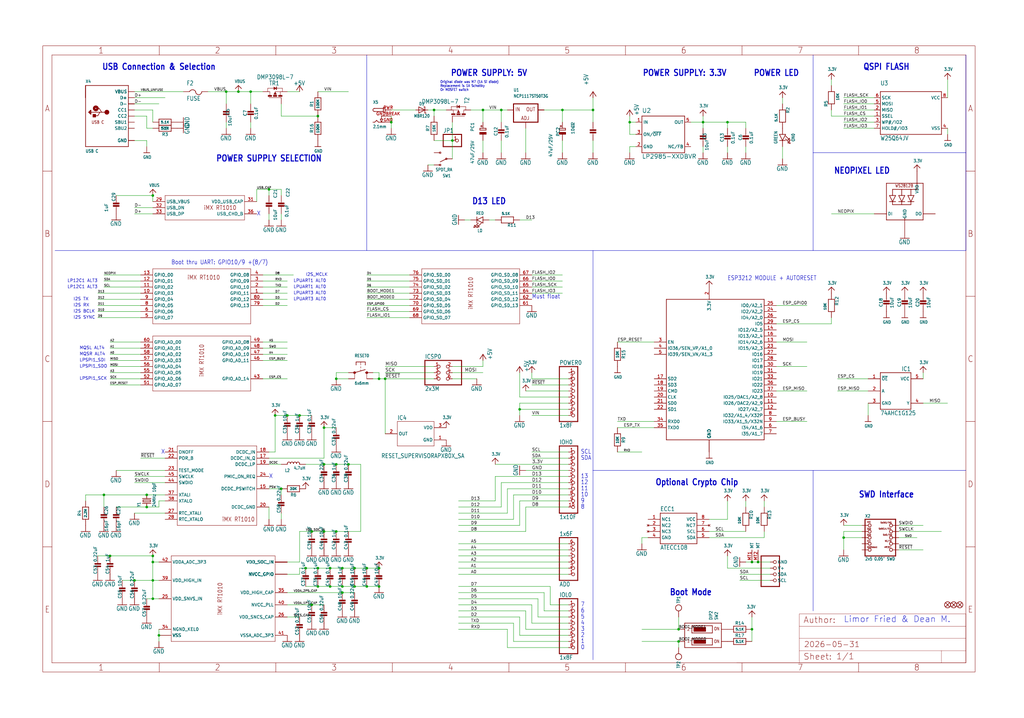
<source format=kicad_sch>
(kicad_sch (version 20230121) (generator eeschema)
  (paper "User" 425.45 298.602)
  (junction (at 66.04 264.16))
  (junction (at 147.32 236.22))
  (junction (at 43.18 205.74))
  (junction (at 114.3 172.72))
  (junction (at 152.4 243.84))
  (junction (at 119.38 172.72))
  (junction (at 233.68 45.72))
  (junction (at 134.62 177.8))
  (junction (at 302.26 50.8))
  (junction (at 147.32 243.84))
  (junction (at 124.46 172.72))
  (junction (at 215.9 170.18))
  (junction (at 208.28 45.72))
  (junction (at 314.96 233.68))
  (junction (at 45.72 231.14))
  (junction (at 157.48 243.84))
  (junction (at 139.7 220.98))
  (junction (at 142.24 243.84))
  (junction (at 127 236.22))
  (junction (at 180.34 45.72))
  (junction (at 139.7 193.04))
  (junction (at 63.5 81.28))
  (junction (at 142.24 236.22))
  (junction (at 246.38 45.72))
  (junction (at 292.1 50.8))
  (junction (at 312.42 233.68))
  (junction (at 63.5 231.14))
  (junction (at 137.16 243.84))
  (junction (at 350.52 223.52))
  (junction (at 152.4 236.22))
  (junction (at 129.54 251.46))
  (junction (at 139.7 157.48))
  (junction (at 111.76 78.74))
  (junction (at 261.62 50.8))
  (junction (at 157.48 236.22))
  (junction (at 281.94 266.7))
  (junction (at 104.14 38.1))
  (junction (at 116.84 203.2))
  (junction (at 132.08 236.22))
  (junction (at 63.5 241.3))
  (junction (at 134.62 220.98))
  (junction (at 63.5 233.68))
  (junction (at 162.56 50.8))
  (junction (at 200.66 45.72))
  (junction (at 99.06 38.1))
  (junction (at 60.96 210.82))
  (junction (at 63.5 248.92))
  (junction (at 312.42 261.62))
  (junction (at 137.16 236.22))
  (junction (at 129.54 220.98))
  (junction (at 134.62 193.04))
  (junction (at 160.02 157.48))
  (junction (at 281.94 261.62))
  (junction (at 93.98 38.1))
  (junction (at 55.88 241.3))
  (junction (at 144.78 193.04))
  (junction (at 187.96 58.42))
  (junction (at 142.24 246.38))
  (junction (at 132.08 243.84))
  (junction (at 157.48 157.48))
  (junction (at 132.08 48.26))
  (junction (at 60.96 205.74))
  (wire (pts (xy 236.22 269.24) (xy 210.82 269.24)) (stroke (width 0.1524)))
  (wire (pts (xy 58.42 157.48) (xy 45.72 157.48)) (stroke (width 0.1524)))
  (wire (pts (xy 236.22 167.64) (xy 215.9 167.64)) (stroke (width 0.1524)))
  (wire (pts (xy 134.62 220.98) (xy 139.7 220.98)) (stroke (width 0.1524)))
  (wire (pts (xy 236.22 170.18) (xy 215.9 170.18)) (stroke (width 0.1524)))
  (wire (pts (xy 132.08 243.84) (xy 137.16 243.84)) (stroke (width 0.1524)))
  (wire (pts (xy 154.94 157.48) (xy 157.48 157.48)) (stroke (width 0.1524)))
  (wire (pts (xy 205.74 91.44) (xy 203.2 91.44)) (stroke (width 0.1524)))
  (wire (pts (xy 322.58 127) (xy 335.28 127)) (stroke (width 0.1524)))
  (wire (pts (xy 142.24 246.38) (xy 147.32 246.38)) (stroke (width 0.1524)))
  (wire (pts (xy 233.68 116.84) (xy 220.98 116.84)) (stroke (width 0.1524)))
  (wire (pts (xy 55.88 241.3) (xy 50.8 241.3)) (stroke (width 0.1524)))
  (wire (pts (xy 312.42 256.54) (xy 312.42 261.62)) (stroke (width 0.1524)))
  (wire (pts (xy 287.02 50.8) (xy 292.1 50.8)) (stroke (width 0.1524)))
  (wire (pts (xy 58.42 124.46) (xy 40.64 124.46)) (stroke (width 0.1524)))
  (wire (pts (xy 208.28 210.82) (xy 208.28 200.66)) (stroke (width 0.1524)))
  (wire (pts (xy 236.22 190.5) (xy 220.98 190.5)) (stroke (width 0.1524)))
  (wire (pts (xy 63.5 81.28) (xy 63.5 83.82)) (stroke (width 0.1524)))
  (wire (pts (xy 200.66 152.4) (xy 187.96 152.4)) (stroke (width 0.1524)))
  (wire (pts (xy 149.86 193.04) (xy 149.86 220.98)) (stroke (width 0.1524)))
  (wire (pts (xy 152.4 243.84) (xy 157.48 243.84)) (stroke (width 0.1524)))
  (wire (pts (xy 58.42 144.78) (xy 45.72 144.78)) (stroke (width 0.1524)))
  (wire (pts (xy 93.98 50.8) (xy 93.98 53.34)) (stroke (width 0.1524)))
  (wire (pts (xy 294.64 220.98) (xy 309.88 220.98)) (stroke (width 0.1524)))
  (wire (pts (xy 200.66 50.8) (xy 200.66 45.72)) (stroke (width 0.1524)))
  (wire (pts (xy 132.08 48.26) (xy 116.84 48.26)) (stroke (width 0.1524)))
  (wire (pts (xy 261.62 60.96) (xy 261.62 63.5)) (stroke (width 0.1524)))
  (wire (pts (xy 144.78 154.94) (xy 139.7 154.94)) (stroke (width 0.1524)))
  (wire (pts (xy 187.96 58.42) (xy 187.96 50.8)) (stroke (width 0.1524)))
  (wire (pts (xy 294.64 215.9) (xy 302.26 215.9)) (stroke (width 0.1524)))
  (wire (pts (xy 35.56 205.74) (xy 35.56 208.28)) (stroke (width 0.1524)))
  (wire (pts (xy 226.06 45.72) (xy 233.68 45.72)) (stroke (width 0.1524)))
  (wire (pts (xy 170.18 114.3) (xy 152.4 114.3)) (stroke (width 0.1524)))
  (wire (pts (xy 93.98 38.1) (xy 99.06 38.1)) (stroke (width 0.1524)))
  (wire (pts (xy 170.18 116.84) (xy 152.4 116.84)) (stroke (width 0.1524)))
  (wire (pts (xy 160.02 157.48) (xy 157.48 157.48)) (stroke (width 0.1524)))
  (wire (pts (xy 55.88 88.9) (xy 63.5 88.9)) (stroke (width 0.1524)))
  (wire (pts (xy 68.58 190.5) (xy 58.42 190.5)) (stroke (width 0.1524)))
  (wire (pts (xy 190.5 259.08) (xy 213.36 259.08)) (stroke (width 0.1524)))
  (wire (pts (xy 373.38 228.6) (xy 383.54 228.6)) (stroke (width 0.1524)))
  (wire (pts (xy 180.34 48.26) (xy 180.34 45.72)) (stroke (width 0.1524)))
  (wire (pts (xy 139.7 193.04) (xy 144.78 193.04)) (stroke (width 0.1524)))
  (wire (pts (xy 215.9 264.16) (xy 215.9 256.54)) (stroke (width 0.1524)))
  (wire (pts (xy 111.76 215.9) (xy 111.76 210.82)) (stroke (width 0.1524)))
  (wire (pts (xy 236.22 203.2) (xy 210.82 203.2)) (stroke (width 0.1524)))
  (polyline (pts (xy 337.82 22.86) (xy 337.82 63.5)) (stroke (width 0.1524) (type solid)))
  (wire (pts (xy 345.44 48.26) (xy 363.22 48.26)) (stroke (width 0.1524)))
  (wire (pts (xy 55.88 48.26) (xy 60.96 48.26)) (stroke (width 0.1524)))
  (wire (pts (xy 208.28 200.66) (xy 236.22 200.66)) (stroke (width 0.1524)))
  (wire (pts (xy 358.14 218.44) (xy 350.52 218.44)) (stroke (width 0.1524)))
  (wire (pts (xy 134.62 190.5) (xy 134.62 177.8)) (stroke (width 0.1524)))
  (wire (pts (xy 271.78 175.26) (xy 256.54 175.26)) (stroke (width 0.1524)))
  (polyline (pts (xy 337.82 195.58) (xy 246.38 195.58)) (stroke (width 0.1524) (type solid)))
  (polyline (pts (xy 401.32 195.58) (xy 337.82 195.58)) (stroke (width 0.1524) (type solid)))
  (wire (pts (xy 292.1 50.8) (xy 292.1 53.34)) (stroke (width 0.1524)))
  (wire (pts (xy 322.58 134.62) (xy 345.44 134.62)) (stroke (width 0.1524)))
  (wire (pts (xy 210.82 269.24) (xy 210.82 261.62)) (stroke (width 0.1524)))
  (wire (pts (xy 58.42 154.94) (xy 45.72 154.94)) (stroke (width 0.1524)))
  (wire (pts (xy 106.68 78.74) (xy 111.76 78.74)) (stroke (width 0.1524)))
  (wire (pts (xy 86.36 38.1) (xy 93.98 38.1)) (stroke (width 0.1524)))
  (wire (pts (xy 48.26 195.58) (xy 68.58 195.58)) (stroke (width 0.1524)))
  (wire (pts (xy 60.96 48.26) (xy 60.96 53.34)) (stroke (width 0.1524)))
  (wire (pts (xy 144.78 193.04) (xy 149.86 193.04)) (stroke (width 0.1524)))
  (wire (pts (xy 302.26 60.96) (xy 302.26 63.5)) (stroke (width 0.1524)))
  (wire (pts (xy 213.36 205.74) (xy 236.22 205.74)) (stroke (width 0.1524)))
  (wire (pts (xy 363.22 45.72) (xy 350.52 45.72)) (stroke (width 0.1524)))
  (wire (pts (xy 190.5 236.22) (xy 236.22 236.22)) (stroke (width 0.1524)))
  (wire (pts (xy 393.7 33.02) (xy 393.7 40.64)) (stroke (width 0.1524)))
  (wire (pts (xy 200.66 149.86) (xy 200.66 152.4)) (stroke (width 0.1524)))
  (wire (pts (xy 210.82 213.36) (xy 190.5 213.36)) (stroke (width 0.1524)))
  (wire (pts (xy 236.22 208.28) (xy 215.9 208.28)) (stroke (width 0.1524)))
  (wire (pts (xy 193.04 91.44) (xy 195.58 91.44)) (stroke (width 0.1524)))
  (wire (pts (xy 345.44 132.08) (xy 345.44 134.62)) (stroke (width 0.1524)))
  (wire (pts (xy 281.94 261.62) (xy 281.94 256.54)) (stroke (width 0.1524)))
  (wire (pts (xy 116.84 193.04) (xy 111.76 193.04)) (stroke (width 0.1524)))
  (wire (pts (xy 58.42 149.86) (xy 45.72 149.86)) (stroke (width 0.1524)))
  (wire (pts (xy 236.22 162.56) (xy 218.44 162.56)) (stroke (width 0.1524)))
  (wire (pts (xy 60.96 53.34) (xy 63.5 53.34)) (stroke (width 0.1524)))
  (wire (pts (xy 187.96 154.94) (xy 200.66 154.94)) (stroke (width 0.1524)))
  (wire (pts (xy 228.6 243.84) (xy 228.6 251.46)) (stroke (width 0.1524)))
  (wire (pts (xy 114.3 172.72) (xy 119.38 172.72)) (stroke (width 0.1524)))
  (wire (pts (xy 215.9 208.28) (xy 215.9 218.44)) (stroke (width 0.1524)))
  (wire (pts (xy 358.14 220.98) (xy 350.52 220.98)) (stroke (width 0.1524)))
  (wire (pts (xy 233.68 58.42) (xy 233.68 63.5)) (stroke (width 0.1524)))
  (wire (pts (xy 187.96 58.42) (xy 180.34 58.42)) (stroke (width 0.1524)))
  (wire (pts (xy 266.7 223.52) (xy 266.7 226.06)) (stroke (width 0.1524)))
  (wire (pts (xy 60.96 205.74) (xy 43.18 205.74)) (stroke (width 0.1524)))
  (wire (pts (xy 363.22 40.64) (xy 350.52 40.64)) (stroke (width 0.1524)))
  (wire (pts (xy 66.04 264.16) (xy 66.04 266.7)) (stroke (width 0.1524)))
  (wire (pts (xy 236.22 195.58) (xy 218.44 195.58)) (stroke (width 0.1524)))
  (wire (pts (xy 261.62 50.8) (xy 264.16 50.8)) (stroke (width 0.1524)))
  (wire (pts (xy 391.16 220.98) (xy 373.38 220.98)) (stroke (width 0.1524)))
  (wire (pts (xy 109.22 124.46) (xy 119.38 124.46)) (stroke (width 0.1524)))
  (wire (pts (xy 264.16 60.96) (xy 261.62 60.96)) (stroke (width 0.1524)))
  (polyline (pts (xy 337.82 104.14) (xy 401.32 104.14)) (stroke (width 0.1524) (type solid)))
  (wire (pts (xy 48.26 81.28) (xy 63.5 81.28)) (stroke (width 0.1524)))
  (wire (pts (xy 281.94 261.62) (xy 266.7 261.62)) (stroke (width 0.1524)))
  (wire (pts (xy 236.22 165.1) (xy 215.9 165.1)) (stroke (width 0.1524)))
  (wire (pts (xy 309.88 60.96) (xy 309.88 63.5)) (stroke (width 0.1524)))
  (wire (pts (xy 302.26 208.28) (xy 302.26 215.9)) (stroke (width 0.1524)))
  (wire (pts (xy 124.46 220.98) (xy 129.54 220.98)) (stroke (width 0.1524)))
  (wire (pts (xy 309.88 210.82) (xy 309.88 208.28)) (stroke (width 0.1524)))
  (polyline (pts (xy 337.82 104.14) (xy 246.38 104.14)) (stroke (width 0.1524) (type solid)))
  (wire (pts (xy 292.1 50.8) (xy 302.26 50.8)) (stroke (width 0.1524)))
  (wire (pts (xy 208.28 45.72) (xy 200.66 45.72)) (stroke (width 0.1524)))
  (wire (pts (xy 347.98 157.48) (xy 360.68 157.48)) (stroke (width 0.1524)))
  (wire (pts (xy 154.94 154.94) (xy 157.48 154.94)) (stroke (width 0.1524)))
  (wire (pts (xy 213.36 259.08) (xy 213.36 266.7)) (stroke (width 0.1524)))
  (wire (pts (xy 99.06 38.1) (xy 104.14 38.1)) (stroke (width 0.1524)))
  (wire (pts (xy 116.84 215.9) (xy 116.84 213.36)) (stroke (width 0.1524)))
  (wire (pts (xy 58.42 160.02) (xy 45.72 160.02)) (stroke (width 0.1524)))
  (wire (pts (xy 109.22 116.84) (xy 119.38 116.84)) (stroke (width 0.1524)))
  (wire (pts (xy 347.98 162.56) (xy 360.68 162.56)) (stroke (width 0.1524)))
  (wire (pts (xy 142.24 236.22) (xy 147.32 236.22)) (stroke (width 0.1524)))
  (wire (pts (xy 208.28 58.42) (xy 208.28 63.5)) (stroke (width 0.1524)))
  (wire (pts (xy 281.94 266.7) (xy 281.94 269.24)) (stroke (width 0.1524)))
  (wire (pts (xy 66.04 233.68) (xy 63.5 233.68)) (stroke (width 0.1524)))
  (wire (pts (xy 180.34 68.58) (xy 177.8 68.58)) (stroke (width 0.1524)))
  (wire (pts (xy 66.04 208.28) (xy 66.04 210.82)) (stroke (width 0.1524)))
  (wire (pts (xy 363.22 88.9) (xy 345.44 88.9)) (stroke (width 0.1524)))
  (wire (pts (xy 360.68 167.64) (xy 360.68 172.72)) (stroke (width 0.1524)))
  (wire (pts (xy 322.58 152.4) (xy 335.28 152.4)) (stroke (width 0.1524)))
  (wire (pts (xy 246.38 58.42) (xy 246.38 63.5)) (stroke (width 0.1524)))
  (wire (pts (xy 302.26 50.8) (xy 309.88 50.8)) (stroke (width 0.1524)))
  (wire (pts (xy 363.22 50.8) (xy 350.52 50.8)) (stroke (width 0.1524)))
  (polyline (pts (xy 401.32 63.5) (xy 401.32 104.14)) (stroke (width 0.1524) (type solid)))
  (wire (pts (xy 55.88 43.18) (xy 66.04 43.18)) (stroke (width 0.1524)))
  (wire (pts (xy 139.7 220.98) (xy 149.86 220.98)) (stroke (width 0.1524)))
  (wire (pts (xy 160.02 157.48) (xy 160.02 180.34)) (stroke (width 0.1524)))
  (wire (pts (xy 170.18 124.46) (xy 152.4 124.46)) (stroke (width 0.1524)))
  (wire (pts (xy 264.16 55.88) (xy 261.62 55.88)) (stroke (width 0.1524)))
  (wire (pts (xy 220.98 154.94) (xy 220.98 157.48)) (stroke (width 0.1524)))
  (wire (pts (xy 320.04 238.76) (xy 307.34 238.76)) (stroke (width 0.1524)))
  (wire (pts (xy 220.98 259.08) (xy 220.98 251.46)) (stroke (width 0.1524)))
  (wire (pts (xy 226.06 254) (xy 226.06 246.38)) (stroke (width 0.1524)))
  (wire (pts (xy 43.18 205.74) (xy 35.56 205.74)) (stroke (width 0.1524)))
  (polyline (pts (xy 246.38 104.14) (xy 152.4 104.14)) (stroke (width 0.1524) (type solid)))
  (wire (pts (xy 55.88 40.64) (xy 68.58 40.64)) (stroke (width 0.1524)))
  (wire (pts (xy 116.84 88.9) (xy 116.84 91.44)) (stroke (width 0.1524)))
  (wire (pts (xy 68.58 205.74) (xy 60.96 205.74)) (stroke (width 0.1524)))
  (wire (pts (xy 180.34 45.72) (xy 185.42 45.72)) (stroke (width 0.1524)))
  (wire (pts (xy 309.88 233.68) (xy 312.42 233.68)) (stroke (width 0.1524)))
  (wire (pts (xy 124.46 172.72) (xy 129.54 172.72)) (stroke (width 0.1524)))
  (wire (pts (xy 228.6 251.46) (xy 236.22 251.46)) (stroke (width 0.1524)))
  (wire (pts (xy 177.8 45.72) (xy 180.34 45.72)) (stroke (width 0.1524)))
  (wire (pts (xy 137.16 243.84) (xy 142.24 243.84)) (stroke (width 0.1524)))
  (wire (pts (xy 322.58 142.24) (xy 335.28 142.24)) (stroke (width 0.1524)))
  (wire (pts (xy 116.84 43.18) (xy 116.84 48.26)) (stroke (width 0.1524)))
  (wire (pts (xy 210.82 261.62) (xy 190.5 261.62)) (stroke (width 0.1524)))
  (wire (pts (xy 109.22 127) (xy 119.38 127)) (stroke (width 0.1524)))
  (wire (pts (xy 180.34 154.94) (xy 160.02 154.94)) (stroke (width 0.1524)))
  (wire (pts (xy 109.22 142.24) (xy 119.38 142.24)) (stroke (width 0.1524)))
  (wire (pts (xy 132.08 236.22) (xy 137.16 236.22)) (stroke (width 0.1524)))
  (wire (pts (xy 114.3 187.96) (xy 114.3 172.72)) (stroke (width 0.1524)))
  (wire (pts (xy 63.5 86.36) (xy 55.88 86.36)) (stroke (width 0.1524)))
  (wire (pts (xy 292.1 60.96) (xy 292.1 63.5)) (stroke (width 0.1524)))
  (wire (pts (xy 58.42 121.92) (xy 40.64 121.92)) (stroke (width 0.1524)))
  (wire (pts (xy 195.58 45.72) (xy 200.66 45.72)) (stroke (width 0.1524)))
  (wire (pts (xy 233.68 45.72) (xy 246.38 45.72)) (stroke (width 0.1524)))
  (wire (pts (xy 373.38 223.52) (xy 381 223.52)) (stroke (width 0.1524)))
  (wire (pts (xy 210.82 203.2) (xy 210.82 213.36)) (stroke (width 0.1524)))
  (wire (pts (xy 55.88 200.66) (xy 68.58 200.66)) (stroke (width 0.1524)))
  (wire (pts (xy 142.24 243.84) (xy 147.32 243.84)) (stroke (width 0.1524)))
  (wire (pts (xy 116.84 78.74) (xy 116.84 81.28)) (stroke (width 0.1524)))
  (wire (pts (xy 109.22 149.86) (xy 119.38 149.86)) (stroke (width 0.1524)))
  (wire (pts (xy 162.56 50.8) (xy 162.56 53.34)) (stroke (width 0.1524)))
  (polyline (pts (xy 246.38 195.58) (xy 246.38 104.14)) (stroke (width 0.1524) (type solid)))
  (wire (pts (xy 236.22 259.08) (xy 220.98 259.08)) (stroke (width 0.1524)))
  (wire (pts (xy 63.5 241.3) (xy 63.5 233.68)) (stroke (width 0.1524)))
  (wire (pts (xy 208.28 45.72) (xy 208.28 50.8)) (stroke (width 0.1524)))
  (wire (pts (xy 307.34 241.3) (xy 320.04 241.3)) (stroke (width 0.1524)))
  (wire (pts (xy 132.08 38.1) (xy 144.78 38.1)) (stroke (width 0.1524)))
  (wire (pts (xy 68.58 198.12) (xy 55.88 198.12)) (stroke (width 0.1524)))
  (wire (pts (xy 256.54 177.8) (xy 271.78 177.8)) (stroke (width 0.1524)))
  (wire (pts (xy 218.44 254) (xy 218.44 261.62)) (stroke (width 0.1524)))
  (wire (pts (xy 220.98 121.92) (xy 233.68 121.92)) (stroke (width 0.1524)))
  (wire (pts (xy 93.98 38.1) (xy 93.98 43.18)) (stroke (width 0.1524)))
  (wire (pts (xy 210.82 45.72) (xy 208.28 45.72)) (stroke (width 0.1524)))
  (wire (pts (xy 170.18 129.54) (xy 152.4 129.54)) (stroke (width 0.1524)))
  (wire (pts (xy 246.38 40.64) (xy 246.38 45.72)) (stroke (width 0.1524)))
  (wire (pts (xy 180.34 157.48) (xy 160.02 157.48)) (stroke (width 0.1524)))
  (wire (pts (xy 190.5 243.84) (xy 228.6 243.84)) (stroke (width 0.1524)))
  (wire (pts (xy 236.22 264.16) (xy 215.9 264.16)) (stroke (width 0.1524)))
  (wire (pts (xy 190.5 231.14) (xy 236.22 231.14)) (stroke (width 0.1524)))
  (wire (pts (xy 68.58 208.28) (xy 66.04 208.28)) (stroke (width 0.1524)))
  (wire (pts (xy 236.22 233.68) (xy 190.5 233.68)) (stroke (width 0.1524)))
  (wire (pts (xy 220.98 251.46) (xy 190.5 251.46)) (stroke (width 0.1524)))
  (wire (pts (xy 350.52 43.18) (xy 363.22 43.18)) (stroke (width 0.1524)))
  (wire (pts (xy 104.14 43.18) (xy 104.14 38.1)) (stroke (width 0.1524)))
  (wire (pts (xy 66.04 261.62) (xy 66.04 264.16)) (stroke (width 0.1524)))
  (wire (pts (xy 58.42 142.24) (xy 45.72 142.24)) (stroke (width 0.1524)))
  (wire (pts (xy 58.42 147.32) (xy 45.72 147.32)) (stroke (width 0.1524)))
  (wire (pts (xy 180.34 152.4) (xy 160.02 152.4)) (stroke (width 0.1524)))
  (wire (pts (xy 261.62 55.88) (xy 261.62 50.8)) (stroke (width 0.1524)))
  (wire (pts (xy 236.22 187.96) (xy 220.98 187.96)) (stroke (width 0.1524)))
  (wire (pts (xy 215.9 154.94) (xy 215.9 165.1)) (stroke (width 0.1524)))
  (wire (pts (xy 322.58 175.26) (xy 335.28 175.26)) (stroke (width 0.1524)))
  (wire (pts (xy 58.42 119.38) (xy 43.18 119.38)) (stroke (width 0.1524)))
  (polyline (pts (xy 401.32 22.86) (xy 401.32 63.5)) (stroke (width 0.1524) (type solid)))
  (wire (pts (xy 312.42 233.68) (xy 314.96 233.68)) (stroke (width 0.1524)))
  (wire (pts (xy 261.62 48.26) (xy 261.62 50.8)) (stroke (width 0.1524)))
  (wire (pts (xy 119.38 246.38) (xy 142.24 246.38)) (stroke (width 0.1524)))
  (wire (pts (xy 205.74 198.12) (xy 236.22 198.12)) (stroke (width 0.1524)))
  (wire (pts (xy 218.44 63.5) (xy 218.44 53.34)) (stroke (width 0.1524)))
  (wire (pts (xy 170.18 119.38) (xy 152.4 119.38)) (stroke (width 0.1524)))
  (wire (pts (xy 63.5 241.3) (xy 55.88 241.3)) (stroke (width 0.1524)))
  (wire (pts (xy 218.44 210.82) (xy 236.22 210.82)) (stroke (width 0.1524)))
  (wire (pts (xy 119.38 233.68) (xy 124.46 233.68)) (stroke (width 0.1524)))
  (wire (pts (xy 170.18 127) (xy 152.4 127)) (stroke (width 0.1524)))
  (wire (pts (xy 220.98 160.02) (xy 236.22 160.02)) (stroke (width 0.1524)))
  (wire (pts (xy 58.42 152.4) (xy 45.72 152.4)) (stroke (width 0.1524)))
  (wire (pts (xy 109.22 144.78) (xy 119.38 144.78)) (stroke (width 0.1524)))
  (wire (pts (xy 109.22 121.92) (xy 119.38 121.92)) (stroke (width 0.1524)))
  (wire (pts (xy 111.76 190.5) (xy 134.62 190.5)) (stroke (width 0.1524)))
  (wire (pts (xy 40.64 231.14) (xy 45.72 231.14)) (stroke (width 0.1524)))
  (wire (pts (xy 170.18 121.92) (xy 152.4 121.92)) (stroke (width 0.1524)))
  (wire (pts (xy 233.68 45.72) (xy 233.68 50.8)) (stroke (width 0.1524)))
  (wire (pts (xy 190.5 226.06) (xy 236.22 226.06)) (stroke (width 0.1524)))
  (wire (pts (xy 104.14 50.8) (xy 104.14 53.34)) (stroke (width 0.1524)))
  (wire (pts (xy 292.1 48.26) (xy 292.1 50.8)) (stroke (width 0.1524)))
  (wire (pts (xy 363.22 53.34) (xy 350.52 53.34)) (stroke (width 0.1524)))
  (wire (pts (xy 271.78 142.24) (xy 256.54 142.24)) (stroke (width 0.1524)))
  (wire (pts (xy 63.5 248.92) (xy 63.5 241.3)) (stroke (width 0.1524)))
  (wire (pts (xy 119.38 172.72) (xy 124.46 172.72)) (stroke (width 0.1524)))
  (wire (pts (xy 127 236.22) (xy 124.46 236.22)) (stroke (width 0.1524)))
  (wire (pts (xy 256.54 187.96) (xy 266.7 187.96)) (stroke (width 0.1524)))
  (wire (pts (xy 157.48 154.94) (xy 157.48 157.48)) (stroke (width 0.1524)))
  (wire (pts (xy 350.52 220.98) (xy 350.52 223.52)) (stroke (width 0.1524)))
  (wire (pts (xy 302.26 231.14) (xy 302.26 236.22)) (stroke (width 0.1524)))
  (polyline (pts (xy 337.82 195.58) (xy 337.82 254)) (stroke (width 0.1524) (type solid)))
  (wire (pts (xy 317.5 208.28) (xy 317.5 210.82)) (stroke (width 0.1524)))
  (wire (pts (xy 134.62 177.8) (xy 139.7 177.8)) (stroke (width 0.1524)))
  (wire (pts (xy 190.5 248.92) (xy 223.52 248.92)) (stroke (width 0.1524)))
  (wire (pts (xy 137.16 236.22) (xy 142.24 236.22)) (stroke (width 0.1524)))
  (wire (pts (xy 60.96 58.42) (xy 60.96 60.96)) (stroke (width 0.1524)))
  (wire (pts (xy 215.9 167.64) (xy 215.9 170.18)) (stroke (width 0.1524)))
  (wire (pts (xy 213.36 215.9) (xy 213.36 205.74)) (stroke (width 0.1524)))
  (wire (pts (xy 223.52 248.92) (xy 223.52 256.54)) (stroke (width 0.1524)))
  (wire (pts (xy 109.22 114.3) (xy 121.92 114.3)) (stroke (width 0.1524)))
  (wire (pts (xy 63.5 233.68) (xy 63.5 231.14)) (stroke (width 0.1524)))
  (wire (pts (xy 119.38 251.46) (xy 129.54 251.46)) (stroke (width 0.1524)))
  (wire (pts (xy 147.32 236.22) (xy 152.4 236.22)) (stroke (width 0.1524)))
  (wire (pts (xy 190.5 215.9) (xy 213.36 215.9)) (stroke (width 0.1524)))
  (wire (pts (xy 58.42 116.84) (xy 43.18 116.84)) (stroke (width 0.1524)))
  (wire (pts (xy 111.76 78.74) (xy 111.76 81.28)) (stroke (width 0.1524)))
  (wire (pts (xy 190.5 220.98) (xy 218.44 220.98)) (stroke (width 0.1524)))
  (wire (pts (xy 236.22 254) (xy 226.06 254)) (stroke (width 0.1524)))
  (wire (pts (xy 66.04 210.82) (xy 60.96 210.82)) (stroke (width 0.1524)))
  (wire (pts (xy 111.76 78.74) (xy 116.84 78.74)) (stroke (width 0.1524)))
  (wire (pts (xy 144.78 157.48) (xy 139.7 157.48)) (stroke (width 0.1524)))
  (wire (pts (xy 218.44 261.62) (xy 236.22 261.62)) (stroke (width 0.1524)))
  (wire (pts (xy 325.12 40.64) (xy 325.12 43.18)) (stroke (width 0.1524)))
  (wire (pts (xy 124.46 238.76) (xy 124.46 236.22)) (stroke (width 0.1524)))
  (polyline (pts (xy 152.4 104.14) (xy 152.4 22.86)) (stroke (width 0.1524) (type solid)))
  (wire (pts (xy 345.44 45.72) (xy 345.44 48.26)) (stroke (width 0.1524)))
  (wire (pts (xy 317.5 223.52) (xy 317.5 220.98)) (stroke (width 0.1524)))
  (polyline (pts (xy 337.82 63.5) (xy 401.32 63.5)) (stroke (width 0.1524) (type solid)))
  (wire (pts (xy 236.22 228.6) (xy 190.5 228.6)) (stroke (width 0.1524)))
  (wire (pts (xy 58.42 129.54) (xy 40.64 129.54)) (stroke (width 0.1524)))
  (wire (pts (xy 187.96 58.42) (xy 187.96 66.04)) (stroke (width 0.1524)))
  (wire (pts (xy 68.58 213.36) (xy 55.88 213.36)) (stroke (width 0.1524)))
  (wire (pts (xy 43.18 205.74) (xy 43.18 210.82)) (stroke (width 0.1524)))
  (polyline (pts (xy 246.38 274.32) (xy 246.38 195.58)) (stroke (width 0.1524) (type solid)))
  (wire (pts (xy 269.24 223.52) (xy 266.7 223.52)) (stroke (width 0.1524)))
  (wire (pts (xy 127 193.04) (xy 134.62 193.04)) (stroke (width 0.1524)))
  (wire (pts (xy 190.5 208.28) (xy 205.74 208.28)) (stroke (width 0.1524)))
  (wire (pts (xy 55.88 45.72) (xy 63.5 45.72)) (stroke (width 0.1524)))
  (wire (pts (xy 350.52 223.52) (xy 350.52 228.6)) (stroke (width 0.1524)))
  (wire (pts (xy 322.58 162.56) (xy 335.28 162.56)) (stroke (width 0.1524)))
  (wire (pts (xy 383.54 154.94) (xy 383.54 157.48)) (stroke (width 0.1524)))
  (wire (pts (xy 147.32 243.84) (xy 152.4 243.84)) (stroke (width 0.1524)))
  (wire (pts (xy 220.98 91.44) (xy 215.9 91.44)) (stroke (width 0.1524)))
  (wire (pts (xy 119.38 38.1) (xy 124.46 38.1)) (stroke (width 0.1524)))
  (wire (pts (xy 213.36 266.7) (xy 236.22 266.7)) (stroke (width 0.1524)))
  (wire (pts (xy 58.42 114.3) (xy 43.18 114.3)) (stroke (width 0.1524)))
  (wire (pts (xy 60.96 210.82) (xy 48.26 210.82)) (stroke (width 0.1524)))
  (wire (pts (xy 314.96 233.68) (xy 320.04 233.68)) (stroke (width 0.1524)))
  (wire (pts (xy 220.98 172.72) (xy 236.22 172.72)) (stroke (width 0.1524)))
  (wire (pts (xy 236.22 193.04) (xy 205.74 193.04)) (stroke (width 0.1524)))
  (wire (pts (xy 104.14 38.1) (xy 109.22 38.1)) (stroke (width 0.1524)))
  (wire (pts (xy 215.9 218.44) (xy 190.5 218.44)) (stroke (width 0.1524)))
  (wire (pts (xy 190.5 254) (xy 218.44 254)) (stroke (width 0.1524)))
  (wire (pts (xy 281.94 266.7) (xy 266.7 266.7)) (stroke (width 0.1524)))
  (wire (pts (xy 220.98 114.3) (xy 233.68 114.3)) (stroke (width 0.1524)))
  (wire (pts (xy 302.26 50.8) (xy 302.26 53.34)) (stroke (width 0.1524)))
  (wire (pts (xy 345.44 35.56) (xy 345.44 33.02)) (stroke (width 0.1524)))
  (wire (pts (xy 205.74 208.28) (xy 205.74 198.12)) (stroke (width 0.1524)))
  (wire (pts (xy 198.12 157.48) (xy 187.96 157.48)) (stroke (width 0.1524)))
  (wire (pts (xy 223.52 256.54) (xy 236.22 256.54)) (stroke (width 0.1524)))
  (wire (pts (xy 302.26 236.22) (xy 320.04 236.22)) (stroke (width 0.1524)))
  (polyline (pts (xy 337.82 63.5) (xy 337.82 104.14)) (stroke (width 0.1524) (type solid)))
  (wire (pts (xy 294.64 223.52) (xy 317.5 223.52)) (stroke (width 0.1524)))
  (wire (pts (xy 119.38 256.54) (xy 124.46 256.54)) (stroke (width 0.1524)))
  (wire (pts (xy 106.68 83.82) (xy 106.68 78.74)) (stroke (width 0.1524)))
  (wire (pts (xy 162.56 45.72) (xy 172.72 45.72)) (stroke (width 0.1524)))
  (wire (pts (xy 152.4 132.08) (xy 170.18 132.08)) (stroke (width 0.1524)))
  (wire (pts (xy 124.46 220.98) (xy 124.46 233.68)) (stroke (width 0.1524)))
  (wire (pts (xy 129.54 220.98) (xy 134.62 220.98)) (stroke (width 0.1524)))
  (wire (pts (xy 116.84 203.2) (xy 116.84 205.74)) (stroke (width 0.1524)))
  (wire (pts (xy 66.04 248.92) (xy 63.5 248.92)) (stroke (width 0.1524)))
  (wire (pts (xy 139.7 154.94) (xy 139.7 157.48)) (stroke (width 0.1524)))
  (wire (pts (xy 312.42 261.62) (xy 312.42 266.7)) (stroke (width 0.1524)))
  (wire (pts (xy 208.28 210.82) (xy 190.5 210.82)) (stroke (width 0.1524)))
  (wire (pts (xy 358.14 223.52) (xy 350.52 223.52)) (stroke (width 0.1524)))
  (wire (pts (xy 45.72 231.14) (xy 63.5 231.14)) (stroke (width 0.1524)))
  (wire (pts (xy 220.98 157.48) (xy 236.22 157.48)) (stroke (width 0.1524)))
  (wire (pts (xy 109.22 147.32) (xy 119.38 147.32)) (stroke (width 0.1524)))
  (wire (pts (xy 162.56 48.26) (xy 162.56 50.8)) (stroke (width 0.1524)))
  (wire (pts (xy 309.88 53.34) (xy 309.88 50.8)) (stroke (width 0.1524)))
  (wire (pts (xy 58.42 127) (xy 40.64 127)) (stroke (width 0.1524)))
  (wire (pts (xy 393.7 55.88) (xy 393.7 53.34)) (stroke (width 0.1524)))
  (wire (pts (xy 200.66 63.5) (xy 200.66 58.42)) (stroke (width 0.1524)))
  (wire (pts (xy 218.44 220.98) (xy 218.44 210.82)) (stroke (width 0.1524)))
  (wire (pts (xy 119.38 238.76) (xy 124.46 238.76)) (stroke (width 0.1524)))
  (wire (pts (xy 111.76 88.9) (xy 111.76 91.44)) (stroke (width 0.1524)))
  (wire (pts (xy 66.04 241.3) (xy 63.5 241.3)) (stroke (width 0.1524)))
  (wire (pts (xy 111.76 203.2) (xy 116.84 203.2)) (stroke (width 0.1524)))
  (wire (pts (xy 373.38 218.44) (xy 383.54 218.44)) (stroke (width 0.1524)))
  (wire (pts (xy 127 243.84) (xy 132.08 243.84)) (stroke (width 0.1524)))
  (wire (pts (xy 152.4 236.22) (xy 157.48 236.22)) (stroke (width 0.1524)))
  (wire (pts (xy 246.38 45.72) (xy 246.38 50.8)) (stroke (width 0.1524)))
  (wire (pts (xy 134.62 193.04) (xy 139.7 193.04)) (stroke (width 0.1524)))
  (wire (pts (xy 109.22 157.48) (xy 119.38 157.48)) (stroke (width 0.1524)))
  (wire (pts (xy 129.54 251.46) (xy 134.62 251.46)) (stroke (width 0.1524)))
  (wire (pts (xy 60.96 58.42) (xy 55.88 58.42)) (stroke (width 0.1524)))
  (wire (pts (xy 109.22 119.38) (xy 119.38 119.38)) (stroke (width 0.1524)))
  (wire (pts (xy 383.54 167.64) (xy 393.7 167.64)) (stroke (width 0.1524)))
  (wire (pts (xy 215.9 170.18) (xy 215.9 172.72)) (stroke (width 0.1524)))
  (wire (pts (xy 236.22 238.76) (xy 190.5 238.76)) (stroke (width 0.1524)))
  (wire (pts (xy 58.42 132.08) (xy 40.64 132.08)) (stroke (width 0.1524)))
  (wire (pts (xy 325.12 60.96) (xy 325.12 66.04)) (stroke (width 0.1524)))
  (wire (pts (xy 63.5 248.92) (xy 60.96 248.92)) (stroke (width 0.1524)))
  (polyline (pts (xy 22.86 104.14) (xy 152.4 104.14)) (stroke (width 0.1524) (type solid)))
  (wire (pts (xy 226.06 246.38) (xy 190.5 246.38)) (stroke (width 0.1524)))
  (wire (pts (xy 215.9 256.54) (xy 190.5 256.54)) (stroke (width 0.1524)))
  (wire (pts (xy 127 236.22) (xy 132.08 236.22)) (stroke (width 0.1524)))
  (wire (pts (xy 63.5 45.72) (xy 63.5 50.8)) (stroke (width 0.1524)))
  (wire (pts (xy 220.98 119.38) (xy 233.68 119.38)) (stroke (width 0.1524)))
  (wire (pts (xy 111.76 187.96) (xy 114.3 187.96)) (stroke (width 0.1524)))
  (wire (pts (xy 55.88 38.1) (xy 76.2 38.1)) (stroke (width 0.1524)))
  (text "USB Connection & Selection" (at 66.04 27.94 0) (effects (font (size 2.54 2.159) (thickness 0.4318) bold)))
  (text "Optional Crypto Chip" (at 289.56 200.66 0) (effects (font (size 2.54 2.159) (thickness 0.4318) bold)))
  (text "QSPI FLASH" (at 368.3 27.94 0) (effects (font (size 2.54 2.159) (thickness 0.4318) bold)))
  (text "LPUART3 ALT0" (at 121.92 121.92 0) (effects (font (size 1.27 1.27)) (justify left)))
  (text "NEOPIXEL LED" (at 358.14 71.12 0) (effects (font (size 2.54 2.159) (thickness 0.4318) bold)))
  (text "X" (at 111.76 198.12 0) (effects (font (size 1.778 1.5113)) (justify left)))
  (text "Boot Mode" (at 287.02 246.38 0) (effects (font (size 2.54 2.159) (thickness 0.4318) bold)))
  (text "X" (at 106.68 88.9 0) (effects (font (size 1.778 1.5113)) (justify left)))
  (text "MQSR ALT4" (at 33.02 147.32 0) (effects (font (size 1.27 1.27)) (justify left)))
  (text "POWER SUPPLY: 3.3V" (at 284.48 30.48 0) (effects (font (size 2.54 2.159) (thickness 0.4318) bold)))
  (text "0" (at 241.3 269.24 0) (effects (font (size 1.778 1.5113)) (justify left)))
  (text "12" (at 241.3 200.66 0) (effects (font (size 1.778 1.5113)) (justify left)))
  (text "SDA" (at 241.3 190.5 0) (effects (font (size 1.778 1.5113)) (justify left)))
  (text "Boot thru UART: GPIO10/9 +(8/7)" (at 71.12 109.22 0) (effects (font (size 1.778 1.5113)) (justify left)))
  (text "LP12C1 ALT3" (at 27.94 119.38 0) (effects (font (size 1.27 1.27)) (justify left)))
  (text "POWER LED" (at 322.58 30.48 0) (effects (font (size 2.54 2.159) (thickness 0.4318) bold)))
  (text "2" (at 241.3 264.16 0) (effects (font (size 1.778 1.5113)) (justify left)))
  (text "11" (at 241.3 203.2 0) (effects (font (size 1.778 1.5113)) (justify left)))
  (text "6" (at 241.3 254 0) (effects (font (size 1.778 1.5113)) (justify left)))
  (text "LPSPI1_SDO" (at 33.02 152.4 0) (effects (font (size 1.27 1.27)) (justify left)))
  (text "POWER SUPPLY SELECTION" (at 111.76 66.04 0) (effects (font (size 2.54 2.159) (thickness 0.4318) bold)))
  (text "13" (at 241.3 198.12 0) (effects (font (size 1.778 1.5113)) (justify left)))
  (text "ESP3212 MODULE + AUTORESET" (at 302.26 116.84 0) (effects (font (size 1.778 1.5113)) (justify left bottom)))
  (text "10" (at 241.3 205.74 0) (effects (font (size 1.778 1.5113)) (justify left)))
  (text "I2S BCLK" (at 30.48 129.54 0) (effects (font (size 1.27 1.27)) (justify left)))
  (text "LPSPI1_SDI" (at 33.02 149.86 0) (effects (font (size 1.27 1.27)) (justify left)))
  (text "I2S RX" (at 30.48 127 0) (effects (font (size 1.27 1.27)) (justify left)))
  (text "X" (at 68.58 187.96 0) (effects (font (size 1.778 1.5113)) (justify right)))
  (text "LPUART3 ALT0" (at 121.92 124.46 0) (effects (font (size 1.27 1.27)) (justify left)))
  (text "Limor Fried & Dean M." (at 350.52 259.08 0) (effects (font (size 2.54 2.54)) (justify left bottom)))
  (text "1" (at 241.3 266.7 0) (effects (font (size 1.778 1.5113)) (justify left)))
  (text "MQSL ALT4" (at 33.02 144.78 0) (effects (font (size 1.27 1.27)) (justify left)))
  (text "POWER SUPPLY: 5V" (at 203.2 30.48 0) (effects (font (size 2.54 2.159) (thickness 0.4318) bold)))
  (text "D13 LED" (at 203.2 83.82 0) (effects (font (size 2.54 2.159) (thickness 0.4318) bold)))
  (text "SCL" (at 241.3 187.96 0) (effects (font (size 1.778 1.5113)) (justify left)))
  (text "8" (at 241.3 210.82 0) (effects (font (size 1.778 1.5113)) (justify left)))
  (text "7" (at 241.3 251.46 0) (effects (font (size 1.778 1.5113)) (justify left)))
  (text "I2S TX" (at 30.48 124.46 0) (effects (font (size 1.27 1.27)) (justify left)))
  (text "4" (at 241.3 259.08 0) (effects (font (size 1.778 1.5113)) (justify left)))
  (text "LPSPI1_SCK" (at 33.02 157.48 0) (effects (font (size 1.27 1.27)) (justify left)))
  (text "LPUART1 ALT0" (at 121.92 116.84 0) (effects (font (size 1.27 1.27)) (justify left)))
  (text "I2S_MCLK" (at 127 114.3 0) (effects (font (size 1.27 1.27)) (justify left)))
  (text "LPUART1 ALT0" (at 121.92 119.38 0) (effects (font (size 1.27 1.27)) (justify left)))
  (text "Original diode was M7 (1A Si diode)\nReplacement is 1A Schottky\nOr MOSFET switch" (at 182.88 38.1 0) (effects (font (size 1.016 0.8636)) (justify left bottom)))
  (text "5" (at 241.3 256.54 0) (effects (font (size 1.778 1.5113)) (justify left)))
  (text "LP12C1 ALT3" (at 27.94 116.84 0) (effects (font (size 1.27 1.27)) (justify left)))
  (text "SWD Interface" (at 368.3 205.74 0) (effects (font (size 2.54 2.159) (thickness 0.4318) bold)))
  (text "Must float" (at 220.98 124.46 0) (effects (font (size 1.778 1.5113)) (justify left bottom)))
  (text "3" (at 241.3 261.62 0) (effects (font (size 1.778 1.5113)) (justify left)))
  (text "9" (at 241.3 208.28 0) (effects (font (size 1.778 1.5113)) (justify left)))
  (text "I2S SYNC" (at 30.48 132.08 0) (effects (font (size 1.27 1.27)) (justify left)))
  (label "ESP_CS" (at 325.12 134.62 0) (effects (font (size 1.2446 1.2446))))
  (label "MOSI" (at 325.12 142.24 0) (effects (font (size 1.2446 1.2446))))
  (label "D13" (at 218.44 91.44 0) (effects (font (size 1.2446 1.2446))))
  (label "TXD" (at 256.54 175.26 0) (effects (font (size 1.2446 1.2446))))
  (label "SVCS_CAP" (at 121.92 256.54 0) (effects (font (size 0.889 0.889))))
  (label "A5" (at 111.76 142.24 0) (effects (font (size 0.889 0.889))))
  (label "ESP_CS" (at 347.98 157.48 0) (effects (font (size 1.2446 1.2446))))
  (label "D9" (at 195.58 218.44 0) (effects (font (size 1.2446 1.2446))))
  (label "ESP_CS" (at 111.76 157.48 0) (effects (font (size 0.889 0.889))))
  (label "~{RESET}" (at 160.02 157.48 0) (effects (font (size 1.3513 1.3513))))
  (label "SCK" (at 45.72 157.48 0) (effects (font (size 0.889 0.889))))
  (label "MISO" (at 45.72 149.86 0) (effects (font (size 0.889 0.889))))
  (label "~{RESET}" (at 373.38 228.6 0) (effects (font (size 1.2446 1.2446))))
  (label "SWDIO" (at 373.38 218.44 0) (effects (font (size 1.2446 1.2446))))
  (label "SDA" (at 43.18 116.84 0) (effects (font (size 0.889 0.889))))
  (label "SDA" (at 307.34 238.76 0) (effects (font (size 1.2446 1.2446))))
  (label "D11" (at 40.64 127 0) (effects (font (size 0.889 0.889))))
  (label "PSW" (at 111.76 203.2 0) (effects (font (size 0.889 0.889))))
  (label "D13" (at 220.98 198.12 0) (effects (font (size 1.3513 1.3513))))
  (label "VBUS_UNFUSE" (at 58.42 38.1 0) (effects (font (size 0.889 0.889))))
  (label "VBUS" (at 88.9 38.1 0) (effects (font (size 1.2446 1.2446))))
  (label "D8" (at 220.98 210.82 0) (effects (font (size 1.3513 1.3513))))
  (label "BOOT_MODE1" (at 152.4 121.92 0) (effects (font (size 1.1735 1.1735))))
  (label "ESP_BUSY" (at 325.12 175.26 0) (effects (font (size 1.2446 1.2446))))
  (label "D9" (at 220.98 208.28 0) (effects (font (size 1.3513 1.3513))))
  (label "SCL" (at 297.18 220.98 0) (effects (font (size 1.2446 1.2446))))
  (label "ESP_MISO" (at 347.98 162.56 0) (effects (font (size 1.2446 1.2446))))
  (label "SWO" (at 375.92 223.52 0) (effects (font (size 0.889 0.889))))
  (label "NEOPIX" (at 43.18 114.3 0) (effects (font (size 0.889 0.889))))
  (label "GND" (at 220.98 195.58 0) (effects (font (size 1.3513 1.3513))))
  (label "VIN" (at 220.98 172.72 0) (effects (font (size 1.2446 1.2446))))
  (label "SCK" (at 160.02 154.94 0) (effects (font (size 1.3513 1.3513))))
  (label "FLASH_CS" (at 152.4 129.54 0) (effects (font (size 1.2446 1.2446))))
  (label "D7" (at 195.58 243.84 0) (effects (font (size 1.2446 1.2446))))
  (label "A1" (at 195.58 236.22 0) (effects (font (size 1.2446 1.2446))))
  (label "DCDC" (at 111.76 193.04 0) (effects (font (size 0.889 0.889))))
  (label "ESP_BUSY" (at 111.76 149.86 0) (effects (font (size 0.889 0.889))))
  (label "D4" (at 195.58 251.46 0) (effects (font (size 1.2446 1.2446))))
  (label "D2" (at 114.3 127 0) (effects (font (size 0.889 0.889))))
  (label "D12" (at 195.58 210.82 0) (effects (font (size 1.2446 1.2446))))
  (label "SWO" (at 111.76 144.78 0) (effects (font (size 0.889 0.889))))
  (label "D-" (at 55.88 86.36 0) (effects (font (size 1.2446 1.2446))))
  (label "D7" (at 114.3 121.92 0) (effects (font (size 0.889 0.889))))
  (label "ESP_RESET" (at 45.72 160.02 0) (effects (font (size 0.889 0.889))))
  (label "SCL" (at 220.98 187.96 0) (effects (font (size 1.2446 1.2446))))
  (label "D3" (at 114.3 124.46 0) (effects (font (size 0.889 0.889))))
  (label "A0" (at 195.58 238.76 0) (effects (font (size 1.2446 1.2446))))
  (label "~{RESET}" (at 220.98 160.02 0) (effects (font (size 1.1735 1.1735))))
  (label "FLASH_IO2" (at 220.98 114.3 0) (effects (font (size 1.2446 1.2446))))
  (label "D12" (at 40.64 124.46 0) (effects (font (size 0.889 0.889))))
  (label "D4" (at 152.4 114.3 0) (effects (font (size 0.889 0.889))))
  (label "D6" (at 152.4 119.38 0) (effects (font (size 0.889 0.889))))
  (label "D12" (at 220.98 200.66 0) (effects (font (size 1.3513 1.3513))))
  (label "VIN" (at 203.2 45.72 0) (effects (font (size 1.2446 1.2446))))
  (label "SDA" (at 297.18 223.52 0) (effects (font (size 1.2446 1.2446))))
  (label "D3" (at 195.58 254 0) (effects (font (size 1.2446 1.2446))))
  (label "A4" (at 111.76 147.32 0) (effects (font (size 0.889 0.889))))
  (label "ESP_RESET" (at 256.54 142.24 0) (effects (font (size 1.2446 1.2446))))
  (label "FLASH_SCK" (at 350.52 40.64 0) (effects (font (size 1.2446 1.2446))))
  (label "A4" (at 195.58 228.6 0) (effects (font (size 1.2446 1.2446))))
  (label "BOOT_MODE0" (at 281.94 266.7 0) (effects (font (size 1.1735 1.1735))))
  (label "FLASH_IO2" (at 350.52 50.8 0) (effects (font (size 1.2446 1.2446))))
  (label "D-" (at 55.88 43.18 0) (effects (font (size 1.2446 1.2446))))
  (label "ESP_GPIO0" (at 325.12 127 0) (effects (font (size 1.2446 1.2446))))
  (label "FLASH_IO1" (at 152.4 132.08 0) (effects (font (size 1.2446 1.2446))))
  (label "D10" (at 195.58 215.9 0) (effects (font (size 1.2446 1.2446))))
  (label "MOSI" (at 193.04 154.94 0) (effects (font (size 1.3513 1.3513))))
  (label "D9" (at 40.64 132.08 0) (effects (font (size 0.889 0.889))))
  (label "A2" (at 195.58 233.68 0) (effects (font (size 1.2446 1.2446))))
  (label "VDDA_1P1_CAP" (at 121.92 251.46 0) (effects (font (size 0.889 0.889))))
  (label "D5" (at 152.4 116.84 0) (effects (font (size 0.889 0.889))))
  (label "A3" (at 45.72 154.94 0) (effects (font (size 0.889 0.889))))
  (label "D6" (at 195.58 246.38 0) (effects (font (size 1.2446 1.2446))))
  (label "D8" (at 114.3 114.3 0) (effects (font (size 0.889 0.889))))
  (label "MOSI" (at 45.72 152.4 0) (effects (font (size 0.889 0.889))))
  (label "FLASH_IO1" (at 350.52 45.72 0) (effects (font (size 1.2446 1.2446))))
  (label "BOOT_MODE1" (at 281.94 261.62 0) (effects (font (size 1.1735 1.1735))))
  (label "A0" (at 45.72 147.32 0) (effects (font (size 0.889 0.889))))
  (label "FLASH_IO3" (at 220.98 121.92 0) (effects (font (size 1.2446 1.2446))))
  (label "ESP_MISO" (at 325.12 162.56 0) (effects (font (size 1.2446 1.2446))))
  (label "D8" (at 195.58 220.98 0) (effects (font (size 1.2446 1.2446))))
  (label "3.3V" (at 220.98 193.04 0) (effects (font (size 1.3513 1.3513))))
  (label "FLASH_IO0" (at 350.52 43.18 0) (effects (font (size 1.2446 1.2446))))
  (label "VIN" (at 134.62 38.1 0) (effects (font (size 1.2446 1.2446))))
  (label "FLASH_IO3" (at 350.52 53.34 0) (effects (font (size 1.2446 1.2446))))
  (label "D11" (at 220.98 203.2 0) (effects (font (size 1.3513 1.3513))))
  (label "RXD" (at 259.08 187.96 0) (effects (font (size 0.889 0.889))))
  (label "RXD" (at 114.3 116.84 0) (effects (font (size 0.889 0.889))))
  (label "~{RESET}" (at 58.42 190.5 0) (effects (font (size 1.2446 1.2446))))
  (label "A3" (at 195.58 231.14 0) (effects (font (size 1.2446 1.2446))))
  (label "D2" (at 195.58 256.54 0) (effects (font (size 1.2446 1.2446))))
  (label "USB_CAP" (at 106.68 78.74 0) (effects (font (size 0.889 0.889))))
  (label "D13" (at 40.64 121.92 0) (effects (font (size 0.889 0.889))))
  (label "D+" (at 55.88 40.64 0) (effects (font (size 1.2446 1.2446))))
  (label "SWCLK" (at 373.38 220.98 0) (effects (font (size 1.2446 1.2446))))
  (label "FLASH_SCK" (at 220.98 119.38 0) (effects (font (size 1.2446 1.2446))))
  (label "MISO" (at 160.02 152.4 0) (effects (font (size 1.3513 1.3513))))
  (label "TXD" (at 114.3 119.38 0) (effects (font (size 0.889 0.889))))
  (label "MISO" (at 386.08 167.64 0) (effects (font (size 1.2446 1.2446))))
  (label "A2" (at 45.72 142.24 0) (effects (font (size 0.889 0.889))))
  (label "D11" (at 195.58 213.36 0) (effects (font (size 1.2446 1.2446))))
  (label "FLASH_IO0" (at 220.98 116.84 0) (effects (font (size 1.2446 1.2446))))
  (label "D5" (at 195.58 248.92 0) (effects (font (size 1.2446 1.2446))))
  (label "FLASH_CS" (at 350.52 48.26 0) (effects (font (size 1.2446 1.2446))))
  (label "SWDIO" (at 55.88 200.66 0) (effects (font (size 1.2446 1.2446))))
  (label "D13" (at 195.58 208.28 0) (effects (font (size 1.2446 1.2446))))
  (label "VDDA_2P5_CAP" (at 121.92 246.38 0) (effects (font (size 0.889 0.889))))
  (label "NEOPIX" (at 347.98 88.9 0) (effects (font (size 1.2446 1.2446))))
  (label "A5" (at 195.58 226.06 0) (effects (font (size 1.2446 1.2446))))
  (label "SCK" (at 325.12 152.4 0) (effects (font (size 1.2446 1.2446))))
  (label "ESP_TX" (at 259.08 177.8 0) (effects (font (size 1.2446 1.2446))))
  (label "A1" (at 45.72 144.78 0) (effects (font (size 0.889 0.889))))
  (label "D+" (at 55.88 88.9 0) (effects (font (size 1.2446 1.2446))))
  (label "SDA" (at 220.98 190.5 0) (effects (font (size 1.2446 1.2446))))
  (label "RXD" (at 195.58 261.62 0) (effects (font (size 1.2446 1.2446))))
  (label "ESP_GPIO0" (at 152.4 127 0) (effects (font (size 0.889 0.889))))
  (label "SCL" (at 43.18 119.38 0) (effects (font (size 0.889 0.889))))
  (label "SCL" (at 307.34 241.3 0) (effects (font (size 1.2446 1.2446))))
  (label "D10" (at 220.98 205.74 0) (effects (font (size 1.3513 1.3513))))
  (label "SWCLK" (at 55.88 198.12 0) (effects (font (size 1.2446 1.2446))))
  (label "D10" (at 40.64 129.54 0) (effects (font (size 0.889 0.889))))
  (label "TXD" (at 195.58 259.08 0) (effects (font (size 1.2446 1.2446))))
  (label "VDD_SOC_IN" (at 127 220.98 0) (effects (font (size 0.889 0.889))))
  (label "BOOT_MODE0" (at 152.4 124.46 0) (effects (font (size 1.1735 1.1735))))
  (symbol (lib_id "working-eagle-import:3.3V") (at 312.42 254 0) (mirror y) (unit 1)
    (property "Reference" "#U$10" (effects hide))
    (property "Value" "3.3V" (at 313.944 252.984 0) (effects (font (size 1.27 1.0795)) (justify left bottom)))
  )
  (symbol (lib_id "working-eagle-import:PTCFUSE-1206") (at 81.28 40.64 0) (unit 1)
    (property "Reference" "F2" (at 77.47 35.56 0) (effects (font (size 1.778 1.5113)) (justify left bottom)))
    (property "Value" "FUSE" (at 77.47 41.91 0) (effects (font (size 1.778 1.5113)) (justify left bottom)))
    (property "Footprint" "working:R1206" (effects hide))
  )
  (symbol (lib_id "working-eagle-import:DIODE-SCHOTTKYSOD-123") (at 175.26 45.72 0) (unit 1)
    (property "Reference" "D1" (at 175.26 43.18 0) (effects (font (size 1.27 1.0795))))
    (property "Value" "MBR120" (at 175.26 48.22 0) (effects (font (size 1.27 1.0795))))
    (property "Footprint" "working:SOD-123" (effects hide))
  )
  (symbol (lib_id "working-eagle-import:3.3V") (at 294.64 116.84 0) (unit 1)
    (property "Reference" "#U$50" (effects hide))
    (property "Value" "3.3V" (at 293.116 115.824 0) (effects (font (size 1.27 1.0795)) (justify left bottom)))
  )
  (symbol (lib_id "working-eagle-import:INDUCTOR") (at 121.92 193.04 0) (unit 1)
    (property "Reference" "L2" (at 119.38 195.58 0) (effects (font (size 1.27 1.0795))))
    (property "Value" "4.7uH" (at 124.46 194.58 0) (effects (font (size 1.27 1.0795))))
    (property "Footprint" "working:INDUCTOR_1007" (effects hide))
  )
  (symbol (lib_id "working-eagle-import:microbuilder_GND") (at 360.68 175.26 0) (unit 1)
    (property "Reference" "#U$23" (effects hide))
    (property "Value" "GND" (at 359.156 177.8 0) (effects (font (size 1.27 1.0795)) (justify left bottom)))
  )
  (symbol (lib_id "working-eagle-import:GND") (at 48.26 198.12 0) (unit 1)
    (property "Reference" "#GND28" (effects hide))
    (property "Value" "GND" (at 45.72 200.66 0) (effects (font (size 1.778 1.5113)) (justify left bottom)))
  )
  (symbol (lib_id "working-eagle-import:CAP_CERAMIC0805-NOOUTLINE") (at 129.54 256.54 0) (unit 1)
    (property "Reference" "C51" (at 128.52 259.1 90) (effects (justify left)))
    (property "Value" "10uF" (at 128.538 254.02 90) (effects (justify left)))
    (property "Footprint" "working:0805-NO" (effects hide))
  )
  (symbol (lib_id "working-eagle-import:RESISTOR_0603_NOOUT") (at 68.58 53.34 180) (unit 1)
    (property "Reference" "R3" (at 68.58 55.88 0))
    (property "Value" "5.1K" (at 68.58 53.34 0) (effects (font (size 1.016 1.016) bold)))
    (property "Footprint" "working:0603-NO" (effects hide))
  )
  (symbol (lib_id "working-eagle-import:CAP_CERAMIC0805-NOOUTLINE") (at 152.4 241.3 0) (unit 1)
    (property "Reference" "C46" (at 151.38 243.86 90) (effects (justify left)))
    (property "Value" "10uF" (at 151.398 238.78 90) (effects (justify left)))
    (property "Footprint" "working:0805-NO" (effects hide))
  )
  (symbol (lib_id "working-eagle-import:RESISTOR_0603_NOOUT") (at 180.34 53.34 90) (unit 1)
    (property "Reference" "R7" (at 177.8 53.34 0))
    (property "Value" "10K" (at 180.34 53.34 0) (effects (font (size 1.016 1.016) bold)))
    (property "Footprint" "working:0603-NO" (effects hide))
  )
  (symbol (lib_id "working-eagle-import:CAP_CERAMIC0603_NO") (at 116.84 86.36 0) (unit 1)
    (property "Reference" "C22" (at 119.63 80.03 90))
    (property "Value" "0.1uF" (at 119.14 87.65 90))
    (property "Footprint" "working:0603-NO" (effects hide))
  )
  (symbol (lib_id "working-eagle-import:CAP_CERAMIC0603_NO") (at 60.96 254 0) (unit 1)
    (property "Reference" "C57" (at 59.94 256.56 90) (effects (justify left)))
    (property "Value" "0.22uF" (at 59.958 251.48 90) (effects (justify left)))
    (property "Footprint" "working:0603-NO" (effects hide))
  )
  (symbol (lib_id "working-eagle-import:+5V") (at 261.62 45.72 0) (unit 1)
    (property "Reference" "#P+13" (effects hide))
    (property "Value" "+5V" (at 263.525 43.18 90) (effects (font (size 1.778 1.5113)) (justify right top)))
  )
  (symbol (lib_id "working-eagle-import:GND") (at 292.1 66.04 0) (unit 1)
    (property "Reference" "#GND21" (effects hide))
    (property "Value" "GND" (at 289.56 68.58 0) (effects (font (size 1.778 1.5113)) (justify left bottom)))
  )
  (symbol (lib_id "working-eagle-import:IMX_RT1010") (at 83.82 149.86 0) (unit 2)
    (property "Reference" "IC2" (effects hide))
    (property "Value" "IMX_RT1010" (effects hide))
    (property "Footprint" "working:QFP50P1400X1400X160-80N" (effects hide))
  )
  (symbol (lib_id "working-eagle-import:GND") (at 66.04 269.24 0) (unit 1)
    (property "Reference" "#GND56" (effects hide))
    (property "Value" "GND" (at 63.5 271.78 0) (effects (font (size 1.778 1.5113)) (justify left bottom)))
  )
  (symbol (lib_id "working-eagle-import:3.3V") (at 302.26 228.6 0) (unit 1)
    (property "Reference" "#U$14" (effects hide))
    (property "Value" "3.3V" (at 300.736 227.584 0) (effects (font (size 1.27 1.0795)) (justify left bottom)))
  )
  (symbol (lib_id "working-eagle-import:CAP_CERAMIC0603_NO") (at 139.7 198.12 0) (unit 1)
    (property "Reference" "C36" (at 138.68 200.68 90) (effects (justify left)))
    (property "Value" "1uF" (at 138.698 195.6 90) (effects (justify left)))
    (property "Footprint" "working:0603-NO" (effects hide))
  )
  (symbol (lib_id "working-eagle-import:WS2812B_3535FULL") (at 375.92 86.36 0) (unit 1)
    (property "Reference" "LED1" (effects hide))
    (property "Value" "WS2812B_3535FULL" (effects hide))
    (property "Footprint" "working:LED3535_FULLPADS" (effects hide))
  )
  (symbol (lib_id "working-eagle-import:RESISTOR_0603_NOOUT") (at 345.44 40.64 90) (unit 1)
    (property "Reference" "R5" (at 343.9414 44.45 0) (effects (justify left bottom)))
    (property "Value" "10K" (at 348.742 41.91 0) (effects (font (size 1.016 1.016) bold) (justify left bottom)))
    (property "Footprint" "working:0603-NO" (effects hide))
  )
  (symbol (lib_id "working-eagle-import:RESISTOR_0603_NOOUT") (at 68.58 50.8 180) (unit 1)
    (property "Reference" "R8" (at 68.58 53.34 0))
    (property "Value" "5.1K" (at 68.58 50.8 0) (effects (font (size 1.016 1.016) bold)))
    (property "Footprint" "working:0603-NO" (effects hide))
  )
  (symbol (lib_id "working-eagle-import:GND") (at 218.44 66.04 0) (unit 1)
    (property "Reference" "#GND11" (effects hide))
    (property "Value" "GND" (at 215.9 68.58 0) (effects (font (size 1.778 1.5113)) (justify left bottom)))
  )
  (symbol (lib_id "working-eagle-import:GND") (at 246.38 66.04 0) (unit 1)
    (property "Reference" "#GND7" (effects hide))
    (property "Value" "GND" (at 243.84 68.58 0) (effects (font (size 1.778 1.5113)) (justify left bottom)))
  )
  (symbol (lib_id "working-eagle-import:IMX_RT1010") (at 91.44 200.66 0) (unit 5)
    (property "Reference" "IC2" (effects hide))
    (property "Value" "IMX_RT1010" (effects hide))
    (property "Footprint" "working:QFP50P1400X1400X160-80N" (effects hide))
  )
  (symbol (lib_id "working-eagle-import:LM1117SOT223-REFLOW") (at 218.44 45.72 0) (unit 1)
    (property "Reference" "U1" (at 213.36 38.1 0) (effects (font (size 1.27 1.0795)) (justify left bottom)))
    (property "Value" "NCP1117ST50T3G" (at 213.36 40.64 0) (effects (font (size 1.27 1.0795)) (justify left bottom)))
    (property "Footprint" "working:SOT223-R" (effects hide))
  )
  (symbol (lib_id "working-eagle-import:CAP_CERAMIC0805-NOOUTLINE") (at 292.1 55.88 0) (mirror x) (unit 1)
    (property "Reference" "C3" (at 293.497 55.245 90) (effects (justify left bottom)))
    (property "Value" "10uF" (at 294.386 57.785 90) (effects (justify left bottom)))
    (property "Footprint" "working:0805-NO" (effects hide))
  )
  (symbol (lib_id "working-eagle-import:3.3V") (at 345.44 30.48 0) (unit 1)
    (property "Reference" "#U$28" (effects hide))
    (property "Value" "3.3V" (at 343.916 29.464 0) (effects (font (size 1.27 1.0795)) (justify left bottom)))
  )
  (symbol (lib_id "working-eagle-import:LP2985-XXDBVR") (at 274.32 55.88 0) (unit 1)
    (property "Reference" "U2" (at 266.7 46.99 0) (effects (font (size 1.778 1.778)) (justify left bottom)))
    (property "Value" "LP2985-XXDBVR" (at 266.7 66.04 0) (effects (font (size 1.778 1.778)) (justify left bottom)))
    (property "Footprint" "working:SOT23-DBV" (effects hide))
  )
  (symbol (lib_id "working-eagle-import:CAP_CERAMIC0603_NO") (at 48.26 86.36 0) (unit 1)
    (property "Reference" "C29" (at 47.24 83.84 90) (effects (justify left)))
    (property "Value" "1uF" (at 44.21 88.158 90) (effects (justify left)))
    (property "Footprint" "working:0603-NO" (effects hide))
  )
  (symbol (lib_id "working-eagle-import:CAP_CERAMIC0603_NO") (at 144.78 226.06 0) (unit 1)
    (property "Reference" "C43" (at 143.76 228.62 90) (effects (justify left)))
    (property "Value" "0.1uF" (at 143.778 223.54 90) (effects (justify left)))
    (property "Footprint" "working:0603-NO" (effects hide))
  )
  (symbol (lib_id "working-eagle-import:+5V") (at 215.9 152.4 0) (unit 1)
    (property "Reference" "#P+4" (effects hide))
    (property "Value" "+5V" (at 217.805 149.86 90) (effects (font (size 1.778 1.5113)) (justify right top)))
  )
  (symbol (lib_id "working-eagle-import:RESISTOR_0603_NOOUT") (at 210.82 91.44 180) (unit 1)
    (property "Reference" "R11" (at 214.63 92.9386 0) (effects (justify left bottom)))
    (property "Value" "5.1K" (at 212.09 88.138 0) (effects (font (size 1.016 1.016) bold) (justify left bottom)))
    (property "Footprint" "working:0603-NO" (effects hide))
  )
  (symbol (lib_id "working-eagle-import:SWITCH_SPDT") (at 182.88 66.04 180) (unit 1)
    (property "Reference" "SW1" (at 187.325 72.39 0) (effects (font (size 1.27 1.0795)) (justify left bottom)))
    (property "Value" "SPDT_RA" (at 187.96 69.85 0) (effects (font (size 1.27 1.0795)) (justify left bottom)))
    (property "Footprint" "working:SPDT_SMT_SSSS811101" (effects hide))
  )
  (symbol (lib_id "working-eagle-import:RESISTOR_0603_NOOUT") (at 345.44 127 270) (unit 1)
    (property "Reference" "R12" (at 346.9386 123.19 0) (effects (justify left bottom)))
    (property "Value" "10K" (at 342.138 125.73 0) (effects (font (size 1.016 1.016) bold) (justify left bottom)))
    (property "Footprint" "working:0603-NO" (effects hide))
  )
  (symbol (lib_id "working-eagle-import:USB_C") (at 45.72 48.26 0) (unit 1)
    (property "Reference" "X4" (at 35.56 34.544 0) (effects (font (size 1.27 1.0795)) (justify left bottom)))
    (property "Value" "USB C" (at 35.56 63.5 0) (effects (font (size 1.27 1.0795)) (justify left bottom)))
    (property "Footprint" "working:USB_C_CUSB31-CFM2AX-01-X" (effects hide))
  )
  (symbol (lib_id "working-eagle-import:FIDUCIAL_1MM") (at 396.24 251.46 0) (unit 1)
    (property "Reference" "FD3" (effects hide))
    (property "Value" "FIDUCIAL_1MM" (effects hide))
    (property "Footprint" "working:FIDUCIAL_1MM" (effects hide))
  )
  (symbol (lib_id "working-eagle-import:CAP_CERAMIC0603_NO") (at 43.18 215.9 0) (unit 1)
    (property "Reference" "C26" (at 44.192 214.142 90) (effects (justify left)))
    (property "Value" "16pF" (at 44.21 221 90) (effects (justify left)))
    (property "Footprint" "working:0603-NO" (effects hide))
  )
  (symbol (lib_id "working-eagle-import:CAP_CERAMIC0603_NO") (at 55.88 246.38 0) (unit 1)
    (property "Reference" "C56" (at 54.86 248.94 90) (effects (justify left)))
    (property "Value" "0.22uF" (at 54.878 243.86 90) (effects (justify left)))
    (property "Footprint" "working:0603-NO" (effects hide))
  )
  (symbol (lib_id "working-eagle-import:RESET_SUPERVISORAPX80X_SA") (at 172.72 180.34 0) (mirror y) (unit 1)
    (property "Reference" "IC4" (at 165.1 172.72 0) (effects (font (size 1.778 1.5113)) (justify right top)))
    (property "Value" "RESET_SUPERVISORAPX80X_SA" (at 193.04 190.5 0) (effects (font (size 1.778 1.5113)) (justify left bottom)))
    (property "Footprint" "working:SOT23-WIDE" (effects hide))
  )
  (symbol (lib_id "working-eagle-import:SparkFun-Aesthetics_GND") (at 266.7 228.6 0) (unit 1)
    (property "Reference" "#GND18" (effects hide))
    (property "Value" "GND" (at 264.16 231.14 0) (effects (font (size 1.778 1.5113)) (justify left bottom)))
  )
  (symbol (lib_id "working-eagle-import:GND") (at 93.98 55.88 0) (unit 1)
    (property "Reference" "#GND8" (effects hide))
    (property "Value" "GND" (at 91.44 58.42 0) (effects (font (size 1.778 1.5113)) (justify left bottom)))
  )
  (symbol (lib_id "working-eagle-import:RESISTOR_0603_NOOUT") (at 309.88 215.9 270) (unit 1)
    (property "Reference" "R10" (at 311.3786 212.09 0) (effects (justify left bottom)))
    (property "Value" "10K" (at 306.578 214.63 0) (effects (font (size 1.016 1.016) bold) (justify left bottom)))
    (property "Footprint" "working:0603-NO" (effects hide))
  )
  (symbol (lib_id "working-eagle-import:CAP_CERAMIC0603_NO") (at 139.7 226.06 0) (unit 1)
    (property "Reference" "C42" (at 138.68 228.62 90) (effects (justify left)))
    (property "Value" "1uF" (at 138.698 223.54 90) (effects (justify left)))
    (property "Footprint" "working:0603-NO" (effects hide))
  )
  (symbol (lib_id "working-eagle-import:CAP_CERAMIC0603_NO") (at 124.46 177.8 0) (unit 1)
    (property "Reference" "C30" (at 123.44 180.36 90) (effects (justify left)))
    (property "Value" "1uF" (at 123.458 175.28 90) (effects (justify left)))
    (property "Footprint" "working:0603-NO" (effects hide))
  )
  (symbol (lib_id "working-eagle-import:RESISTOR_0603_NOOUT") (at 256.54 182.88 270) (unit 1)
    (property "Reference" "R9" (at 259.08 182.88 0))
    (property "Value" "10K" (at 256.54 182.88 0) (effects (font (size 1.016 1.016) bold)))
    (property "Footprint" "working:0603-NO" (effects hide))
  )
  (symbol (lib_id "working-eagle-import:CAP_CERAMIC0805-NOOUTLINE") (at 368.3 127 0) (unit 1)
    (property "Reference" "C18" (at 366.01 125.75 90))
    (property "Value" "10uF" (at 370.6 125.75 90))
    (property "Footprint" "working:0805-NO" (effects hide))
  )
  (symbol (lib_id "working-eagle-import:RESISTOR_0603_NOOUT") (at 256.54 147.32 270) (unit 1)
    (property "Reference" "R15" (at 259.08 147.32 0))
    (property "Value" "10K" (at 256.54 147.32 0) (effects (font (size 1.016 1.016) bold)))
    (property "Footprint" "working:0603-NO" (effects hide))
  )
  (symbol (lib_id "working-eagle-import:CAP_CERAMIC0805-NOOUTLINE") (at 134.62 226.06 0) (unit 1)
    (property "Reference" "C40" (at 133.6 228.62 90) (effects (justify left)))
    (property "Value" "10uF" (at 133.618 223.54 90) (effects (justify left)))
    (property "Footprint" "working:0805-NO" (effects hide))
  )
  (symbol (lib_id "working-eagle-import:3.3V") (at 368.3 119.38 0) (unit 1)
    (property "Reference" "#U$30" (effects hide))
    (property "Value" "3.3V" (at 366.776 118.364 0) (effects (font (size 1.27 1.0795)) (justify left bottom)))
  )
  (symbol (lib_id "working-eagle-import:GND") (at 134.62 203.2 0) (unit 1)
    (property "Reference" "#GND41" (effects hide))
    (property "Value" "GND" (at 132.08 205.74 0) (effects (font (size 1.778 1.5113)) (justify left bottom)))
  )
  (symbol (lib_id "working-eagle-import:GND") (at 157.48 246.38 0) (unit 1)
    (property "Reference" "#GND44" (effects hide))
    (property "Value" "GND" (at 154.94 248.92 0) (effects (font (size 1.778 1.5113)) (justify left bottom)))
  )
  (symbol (lib_id "working-eagle-import:HEADER-1X6OVALWAVE") (at 238.76 231.14 0) (mirror x) (unit 1)
    (property "Reference" "AD0" (at 232.41 241.935 0) (effects (font (size 1.778 1.5113)) (justify left bottom)))
    (property "Value" "1x6F" (at 232.41 220.98 0) (effects (font (size 1.778 1.5113)) (justify left bottom)))
    (property "Footprint" "working:1X06_OVALWAVE" (effects hide))
  )
  (symbol (lib_id "working-eagle-import:GND") (at 350.52 231.14 0) (unit 1)
    (property "Reference" "#GND3" (effects hide))
    (property "Value" "GND" (at 347.98 233.68 0) (effects (font (size 1.778 1.5113)) (justify left bottom)))
  )
  (symbol (lib_id "working-eagle-import:FIDUCIAL_1MM") (at 398.78 251.46 0) (unit 1)
    (property "Reference" "FD2" (effects hide))
    (property "Value" "FIDUCIAL_1MM" (effects hide))
    (property "Footprint" "working:FIDUCIAL_1MM" (effects hide))
  )
  (symbol (lib_id "working-eagle-import:CAP_CERAMIC0805-NOOUTLINE") (at 119.38 177.8 0) (unit 1)
    (property "Reference" "C31" (at 118.36 180.36 90) (effects (justify left)))
    (property "Value" "10uF" (at 118.378 175.28 90) (effects (justify left)))
    (property "Footprint" "working:0805-NO" (effects hide))
  )
  (symbol (lib_id "working-eagle-import:GND") (at 215.9 175.26 0) (unit 1)
    (property "Reference" "#GND5" (effects hide))
    (property "Value" "GND" (at 213.36 177.8 0) (effects (font (size 1.778 1.5113)) (justify left bottom)))
  )
  (symbol (lib_id "working-eagle-import:TESTPOINTROUND1.5MM") (at 281.94 256.54 0) (unit 1)
    (property "Reference" "TP1" (at 281.94 250.952 90) (effects (font (size 1.27 1.0795)) (justify left)))
    (property "Value" "TESTPOINTROUND1.5MM" (effects hide))
    (property "Footprint" "working:TESTPOINT_ROUND_1.5MM" (effects hide))
  )
  (symbol (lib_id "working-eagle-import:CAP_CERAMIC0603_NO") (at 40.64 236.22 0) (unit 1)
    (property "Reference" "C53" (at 39.62 238.78 90) (effects (justify left)))
    (property "Value" "0.22uF" (at 39.638 233.7 90) (effects (justify left)))
    (property "Footprint" "working:0603-NO" (effects hide))
  )
  (symbol (lib_id "working-eagle-import:IMX_RT1010") (at 195.58 121.92 0) (unit 3)
    (property "Reference" "IC2" (effects hide))
    (property "Value" "IMX_RT1010" (effects hide))
    (property "Footprint" "working:QFP50P1400X1400X160-80N" (effects hide))
  )
  (symbol (lib_id "working-eagle-import:RESISTOR_0603_NOOUT") (at 325.12 48.26 270) (unit 1)
    (property "Reference" "R2" (at 326.6186 44.45 0) (effects (justify left bottom)))
    (property "Value" "5.1K" (at 321.818 46.99 0) (effects (font (size 1.016 1.016) bold) (justify left bottom)))
    (property "Footprint" "working:0603-NO" (effects hide))
  )
  (symbol (lib_id "working-eagle-import:RESISTOR_0603_NOOUT") (at 132.08 43.18 90) (unit 1)
    (property "Reference" "R1" (at 129.54 43.18 0))
    (property "Value" "100K" (at 132.08 43.18 0) (effects (font (size 1.016 1.016) bold)))
    (property "Footprint" "working:0603-NO" (effects hide))
  )
  (symbol (lib_id "working-eagle-import:3.3V") (at 383.54 119.38 0) (unit 1)
    (property "Reference" "#U$34" (effects hide))
    (property "Value" "3.3V" (at 382.016 118.364 0) (effects (font (size 1.27 1.0795)) (justify left bottom)))
  )
  (symbol (lib_id "working-eagle-import:+5V") (at 246.38 38.1 0) (unit 1)
    (property "Reference" "#P+14" (effects hide))
    (property "Value" "+5V" (at 244.475 35.56 90) (effects (font (size 1.778 1.5113)) (justify left bottom)))
  )
  (symbol (lib_id "working-eagle-import:HEADER-1X8OVALWAVE") (at 238.76 165.1 0) (unit 1)
    (property "Reference" "POWER0" (at 232.41 151.765 0) (effects (font (size 1.778 1.5113)) (justify left bottom)))
    (property "Value" "1x8F" (at 232.41 177.8 0) (effects (font (size 1.778 1.5113)) (justify left bottom)))
    (property "Footprint" "working:1X08_OVALWAVE" (effects hide))
  )
  (symbol (lib_id "working-eagle-import:microbuilder_GND") (at 256.54 154.94 0) (unit 1)
    (property "Reference" "#U$43" (effects hide))
    (property "Value" "GND" (at 255.016 157.48 0) (effects (font (size 1.27 1.0795)) (justify left bottom)))
  )
  (symbol (lib_id "working-eagle-import:3.3V") (at 185.42 175.26 0) (unit 1)
    (property "Reference" "#U$17" (effects hide))
    (property "Value" "3.3V" (at 183.896 174.244 0) (effects (font (size 1.27 1.0795)) (justify left bottom)))
  )
  (symbol (lib_id "working-eagle-import:CAP_CERAMIC0805-NOOUTLINE") (at 383.54 127 0) (unit 1)
    (property "Reference" "C20" (at 381.25 125.75 90))
    (property "Value" "10uF" (at 385.84 125.75 90))
    (property "Footprint" "working:0805-NO" (effects hide))
  )
  (symbol (lib_id "working-eagle-import:GND") (at 261.62 66.04 0) (unit 1)
    (property "Reference" "#GND4" (effects hide))
    (property "Value" "GND" (at 259.08 68.58 0) (effects (font (size 1.778 1.5113)) (justify left bottom)))
  )
  (symbol (lib_id "working-eagle-import:3.3V") (at 114.3 170.18 0) (unit 1)
    (property "Reference" "#U$16" (effects hide))
    (property "Value" "3.3V" (at 112.776 169.164 0) (effects (font (size 1.27 1.0795)) (justify left bottom)))
  )
  (symbol (lib_id "working-eagle-import:VBUS") (at 63.5 78.74 0) (unit 1)
    (property "Reference" "#U$7" (effects hide))
    (property "Value" "VBUS" (at 61.976 77.724 0) (effects (font (size 1.27 1.0795)) (justify left bottom)))
  )
  (symbol (lib_id "working-eagle-import:DCBARRELPTH") (at 160.02 48.26 0) (unit 1)
    (property "Reference" "X5" (at 154.94 43.18 0) (effects (font (size 1.27 1.0795)) (justify left bottom)))
    (property "Value" "2.1mm" (at 154.94 53.34 0) (effects (font (size 1.27 1.0795)) (justify left bottom)))
    (property "Footprint" "working:DCJACK_2MM_PTH" (effects hide))
  )
  (symbol (lib_id "working-eagle-import:CAP_CERAMIC0603_NO") (at 144.78 198.12 0) (unit 1)
    (property "Reference" "C38" (at 143.76 200.68 90) (effects (justify left)))
    (property "Value" "0.22uF" (at 143.778 195.6 90) (effects (justify left)))
    (property "Footprint" "working:0603-NO" (effects hide))
  )
  (symbol (lib_id "working-eagle-import:GND") (at 124.46 266.7 0) (unit 1)
    (property "Reference" "#GND54" (effects hide))
    (property "Value" "GND" (at 121.92 269.24 0) (effects (font (size 1.778 1.5113)) (justify left bottom)))
  )
  (symbol (lib_id "working-eagle-import:CAP_CERAMIC0805-NOOUTLINE") (at 157.48 241.3 0) (unit 1)
    (property "Reference" "C47" (at 156.46 243.86 90) (effects (justify left)))
    (property "Value" "10uF" (at 156.478 238.78 90) (effects (justify left)))
    (property "Footprint" "working:0805-NO" (effects hide))
  )
  (symbol (lib_id "working-eagle-import:HEADER-1X10OVALWAVE") (at 238.76 198.12 0) (unit 1)
    (property "Reference" "IOH0" (at 232.41 184.785 0) (effects (font (size 1.778 1.5113)) (justify left bottom)))
    (property "Value" "1x10F" (at 232.41 215.9 0) (effects (font (size 1.778 1.5113)) (justify left bottom)))
    (property "Footprint" "working:1X10_OVALWAVE" (effects hide))
  )
  (symbol (lib_id "working-eagle-import:GND") (at 134.62 261.62 0) (unit 1)
    (property "Reference" "#GND52" (effects hide))
    (property "Value" "GND" (at 132.08 264.16 0) (effects (font (size 1.778 1.5113)) (justify left bottom)))
  )
  (symbol (lib_id "working-eagle-import:GND") (at 129.54 261.62 0) (unit 1)
    (property "Reference" "#GND53" (effects hide))
    (property "Value" "GND" (at 127 264.16 0) (effects (font (size 1.778 1.5113)) (justify left bottom)))
  )
  (symbol (lib_id "working-eagle-import:GND") (at 185.42 185.42 0) (unit 1)
    (property "Reference" "#GND34" (effects hide))
    (property "Value" "GND" (at 182.88 187.96 0) (effects (font (size 1.778 1.5113)) (justify left bottom)))
  )
  (symbol (lib_id "working-eagle-import:3.3V") (at 383.54 152.4 0) (unit 1)
    (property "Reference" "#U$52" (effects hide))
    (property "Value" "3.3V" (at 382.016 151.384 0) (effects (font (size 1.27 1.0795)) (justify left bottom)))
  )
  (symbol (lib_id "working-eagle-import:CAP_CERAMIC0603_NO") (at 147.32 251.46 0) (unit 1)
    (property "Reference" "C49" (at 146.3 254.02 90) (effects (justify left)))
    (property "Value" "0.22uF" (at 146.318 248.94 90) (effects (justify left)))
    (property "Footprint" "working:0603-NO" (effects hide))
  )
  (symbol (lib_id "working-eagle-import:3.3V") (at 220.98 152.4 0) (unit 1)
    (property "Reference" "#U$13" (effects hide))
    (property "Value" "3.3V" (at 219.456 151.384 0) (effects (font (size 1.27 1.0795)) (justify left bottom)))
  )
  (symbol (lib_id "working-eagle-import:STEMMA_I2C_QT") (at 312.42 233.68 90) (unit 2)
    (property "Reference" "CONN1" (effects hide))
    (property "Value" "STEMMA_I2C_QT" (effects hide))
    (property "Footprint" "working:JST_SH4" (effects hide))
  )
  (symbol (lib_id "working-eagle-import:CAP_CERAMIC0603_NO") (at 45.72 236.22 0) (unit 1)
    (property "Reference" "C54" (at 44.7 238.78 90) (effects (justify left)))
    (property "Value" "1uF" (at 44.718 233.7 90) (effects (justify left)))
    (property "Footprint" "working:0603-NO" (effects hide))
  )
  (symbol (lib_id "working-eagle-import:GND") (at 139.7 203.2 0) (unit 1)
    (property "Reference" "#GND43" (effects hide))
    (property "Value" "GND" (at 137.16 205.74 0) (effects (font (size 1.778 1.5113)) (justify left bottom)))
  )
  (symbol (lib_id "working-eagle-import:GND") (at 233.68 66.04 0) (unit 1)
    (property "Reference" "#GND10" (effects hide))
    (property "Value" "GND" (at 231.14 68.58 0) (effects (font (size 1.778 1.5113)) (justify left bottom)))
  )
  (symbol (lib_id "working-eagle-import:GND") (at 144.78 203.2 0) (unit 1)
    (property "Reference" "#GND45" (effects hide))
    (property "Value" "GND" (at 142.24 205.74 0) (effects (font (size 1.778 1.5113)) (justify left bottom)))
  )
  (symbol (lib_id "working-eagle-import:GND") (at 111.76 218.44 0) (unit 1)
    (property "Reference" "#GND42" (effects hide))
    (property "Value" "GND" (at 109.22 220.98 0) (effects (font (size 1.778 1.5113)) (justify left bottom)))
  )
  (symbol (lib_id "working-eagle-import:ATECC108") (at 281.94 218.44 0) (unit 1)
    (property "Reference" "ECC1" (at 274.32 212.598 0) (effects (font (size 1.778 1.5113)) (justify left bottom)))
    (property "Value" "ATECC108" (at 274.32 228.6 0) (effects (font (size 1.778 1.5113)) (justify left bottom)))
    (property "Footprint" "working:SOIC8" (effects hide))
  )
  (symbol (lib_id "working-eagle-import:GND") (at 116.84 218.44 0) (unit 1)
    (property "Reference" "#GND62" (effects hide))
    (property "Value" "GND" (at 114.3 220.98 0) (effects (font (size 1.778 1.5113)) (justify left bottom)))
  )
  (symbol (lib_id "working-eagle-import:DIPSWITCH_2PIN") (at 292.1 264.16 270) (mirror x) (unit 1)
    (property "Reference" "SW2" (at 296.926 257.81 0) (effects (font (size 1.27 1.0795)) (justify left bottom)))
    (property "Value" "DIP2" (at 294.64 257.81 0) (effects (font (size 1.27 1.0795)) (justify left bottom)))
    (property "Footprint" "working:DIPSWITCH_2PIN" (effects hide))
  )
  (symbol (lib_id "working-eagle-import:SPIFLASH_8PIN208MIL") (at 378.46 48.26 0) (unit 1)
    (property "Reference" "U3" (at 365.76 35.56 0) (effects (font (size 1.778 1.5113)) (justify left bottom)))
    (property "Value" "W25Q64JV" (at 365.76 58.42 0) (effects (font (size 1.778 1.5113)) (justify left bottom)))
    (property "Footprint" "working:SOIC8_208MIL" (effects hide))
  )
  (symbol (lib_id "working-eagle-import:GND") (at 48.26 91.44 0) (unit 1)
    (property "Reference" "#GND36" (effects hide))
    (property "Value" "GND" (at 45.72 93.98 0) (effects (font (size 1.778 1.5113)) (justify left bottom)))
  )
  (symbol (lib_id "working-eagle-import:CAP_CERAMIC0805-NOOUTLINE") (at 246.38 53.34 180) (unit 1)
    (property "Reference" "C2" (at 238.76 53.34 90) (effects (justify right top)))
    (property "Value" "10uF" (at 238.76 55.88 90) (effects (justify right top)))
    (property "Footprint" "working:0805-NO" (effects hide))
  )
  (symbol (lib_id "working-eagle-import:3.3V") (at 292.1 45.72 0) (unit 1)
    (property "Reference" "#U$2" (effects hide))
    (property "Value" "3.3V" (at 290.576 44.704 0) (effects (font (size 1.27 1.0795)) (justify left bottom)))
  )
  (symbol (lib_id "working-eagle-import:GND") (at 129.54 231.14 0) (unit 1)
    (property "Reference" "#GND46" (effects hide))
    (property "Value" "GND" (at 127 233.68 0) (effects (font (size 1.778 1.5113)) (justify left bottom)))
  )
  (symbol (lib_id "working-eagle-import:RESISTOR_0603_NOOUT") (at 132.08 53.34 90) (unit 1)
    (property "Reference" "R16" (at 129.54 53.34 0))
    (property "Value" "100K" (at 132.08 53.34 0) (effects (font (size 1.016 1.016) bold)))
    (property "Footprint" "working:0603-NO" (effects hide))
  )
  (symbol (lib_id "working-eagle-import:HEADER-1X1ROUND") (at 190.5 58.42 0) (unit 1)
    (property "Reference" "JP1" (at 184.15 55.245 0) (effects (font (size 1.778 1.5113)) (justify left bottom)))
    (property "Value" "HEADER-1X1ROUND" (effects hide))
    (property "Footprint" "working:1X01_ROUND" (effects hide))
  )
  (symbol (lib_id "working-eagle-import:GND") (at 190.5 91.44 270) (unit 1)
    (property "Reference" "#GND17" (effects hide))
    (property "Value" "GND" (at 187.96 88.9 0) (effects (font (size 1.778 1.5113)) (justify left bottom)))
  )
  (symbol (lib_id "working-eagle-import:GND") (at 124.46 182.88 0) (unit 1)
    (property "Reference" "#GND38" (effects hide))
    (property "Value" "GND" (at 121.92 185.42 0) (effects (font (size 1.778 1.5113)) (justify left bottom)))
  )
  (symbol (lib_id "working-eagle-import:IMX_RT1010") (at 91.44 248.92 0) (unit 4)
    (property "Reference" "IC2" (effects hide))
    (property "Value" "IMX_RT1010" (effects hide))
    (property "Footprint" "working:QFP50P1400X1400X160-80N" (effects hide))
  )
  (symbol (lib_id "working-eagle-import:GND") (at 200.66 66.04 0) (unit 1)
    (property "Reference" "#GND9" (effects hide))
    (property "Value" "GND" (at 198.12 68.58 0) (effects (font (size 1.778 1.5113)) (justify left bottom)))
  )
  (symbol (lib_id "working-eagle-import:microbuilder_GND") (at 393.7 58.42 0) (unit 1)
    (property "Reference" "#U$26" (effects hide))
    (property "Value" "GND" (at 392.176 60.96 0) (effects (font (size 1.27 1.0795)) (justify left bottom)))
  )
  (symbol (lib_id "working-eagle-import:JTAG-CORTEXBOXPOSTS") (at 365.76 223.52 0) (unit 1)
    (property "Reference" "X2" (at 359.41 215.265 0) (effects (font (size 1.27 1.0795)) (justify left bottom)))
    (property "Value" "2x5 0.05\" SWD" (at 359.41 233.045 0) (effects (font (size 1.27 1.0795)) (justify left bottom)))
    (property "Footprint" "working:2X05_1.27MM_BOX_POSTS" (effects hide))
  )
  (symbol (lib_id "working-eagle-import:TESTPOINTROUND1.5MM") (at 281.94 269.24 180) (unit 1)
    (property "Reference" "TP2" (at 281.94 274.828 90) (effects (font (size 1.27 1.0795)) (justify left)))
    (property "Value" "TESTPOINTROUND1.5MM" (effects hide))
    (property "Footprint" "working:TESTPOINT_ROUND_1.5MM" (effects hide))
  )
  (symbol (lib_id "working-eagle-import:74AHC1G125") (at 370.84 162.56 0) (unit 1)
    (property "Reference" "IC1" (at 378.46 152.4 0) (effects (font (size 1.778 1.5113)) (justify right top)))
    (property "Value" "74AHC1G125" (at 365.76 172.72 0) (effects (font (size 1.778 1.5113)) (justify left bottom)))
    (property "Footprint" "working:SOT23-5L" (effects hide))
  )
  (symbol (lib_id "working-eagle-import:3.3V") (at 134.62 175.26 0) (unit 1)
    (property "Reference" "#U$20" (effects hide))
    (property "Value" "3.3V" (at 133.096 174.244 0) (effects (font (size 1.27 1.0795)) (justify left bottom)))
  )
  (symbol (lib_id "working-eagle-import:3.3V") (at 350.52 215.9 0) (unit 1)
    (property "Reference" "#U$4" (effects hide))
    (property "Value" "3.3V" (at 348.996 214.884 0) (effects (font (size 1.27 1.0795)) (justify left bottom)))
  )
  (symbol (lib_id "working-eagle-import:PMOSSOT23") (at 190.5 45.72 270) (mirror x) (unit 1)
    (property "Reference" "T2" (at 193.04 43.18 0) (effects (font (size 1.778 1.5113)) (justify left bottom)))
    (property "Value" "DMP3098L-7" (at 190.5 43.18 90) (effects (font (size 1.778 1.5113)) (justify right top)))
    (property "Footprint" "working:SOT-23" (effects hide))
  )
  (symbol (lib_id "working-eagle-import:STEMMA_I2C_QT") (at 314.96 233.68 90) (unit 3)
    (property "Reference" "CONN1" (effects hide))
    (property "Value" "STEMMA_I2C_QT" (effects hide))
    (property "Footprint" "working:JST_SH4" (effects hide))
  )
  (symbol (lib_id "working-eagle-import:GND") (at 139.7 160.02 0) (unit 1)
    (property "Reference" "#GND12" (effects hide))
    (property "Value" "GND" (at 137.16 162.56 0) (effects (font (size 1.778 1.5113)) (justify left bottom)))
  )
  (symbol (lib_id "working-eagle-import:CAP_CERAMIC0805-NOOUTLINE") (at 111.76 83.82 0) (mirror x) (unit 1)
    (property "Reference" "C21" (at 113.665 82.423 90) (effects (justify right top)))
    (property "Value" "10uF" (at 113.665 91.694 90) (effects (justify right top)))
    (property "Footprint" "working:0805-NO" (effects hide))
  )
  (symbol (lib_id "working-eagle-import:CAP_CERAMIC0603_NO") (at 132.08 241.3 0) (unit 1)
    (property "Reference" "C35" (at 131.06 243.86 90) (effects (justify left)))
    (property "Value" "0.1uF" (at 131.078 238.78 90) (effects (justify left)))
    (property "Footprint" "working:0603-NO" (effects hide))
  )
  (symbol (lib_id "working-eagle-import:+5V") (at 200.66 147.32 0) (unit 1)
    (property "Reference" "#P+2" (effects hide))
    (property "Value" "+5V" (at 202.565 144.78 90) (effects (font (size 1.778 1.5113)) (justify right top)))
  )
  (symbol (lib_id "working-eagle-import:GND") (at 198.12 160.02 0) (unit 1)
    (property "Reference" "#GND1" (effects hide))
    (property "Value" "GND" (at 195.58 162.56 0) (effects (font (size 1.778 1.5113)) (justify left bottom)))
  )
  (symbol (lib_id "working-eagle-import:CAP_ELECTROLYTICPANASONIC_D") (at 233.68 55.88 0) (unit 1)
    (property "Reference" "PC2" (at 231.14 52.8066 90) (effects (justify right top)))
    (property "Value" "47uF/25V" (at 228.0666 55.626 90) (effects (justify right top)))
    (property "Footprint" "working:PANASONIC_D" (effects hide))
  )
  (symbol (lib_id "working-eagle-import:GND") (at 116.84 93.98 0) (unit 1)
    (property "Reference" "#GND24" (effects hide))
    (property "Value" "GND" (at 114.3 96.52 0) (effects (font (size 1.778 1.5113)) (justify left bottom)))
  )
  (symbol (lib_id "working-eagle-import:GND") (at 215.9 195.58 270) (unit 1)
    (property "Reference" "#GND6" (effects hide))
    (property "Value" "GND" (at 213.36 193.04 0) (effects (font (size 1.778 1.5113)) (justify left bottom)))
  )
  (symbol (lib_id "working-eagle-import:microbuilder_GND") (at 383.54 132.08 0) (unit 1)
    (property "Reference" "#U$35" (effects hide))
    (property "Value" "GND" (at 382.016 134.62 0) (effects (font (size 1.27 1.0795)) (justify left bottom)))
  )
  (symbol (lib_id "working-eagle-import:CAP_CERAMIC0603_NO") (at 142.24 241.3 0) (unit 1)
    (property "Reference" "C44" (at 141.22 243.86 90) (effects (justify left)))
    (property "Value" "1uF" (at 141.238 238.78 90) (effects (justify left)))
    (property "Footprint" "working:0603-NO" (effects hide))
  )
  (symbol (lib_id "working-eagle-import:CAP_CERAMIC0805-NOOUTLINE") (at 142.24 251.46 0) (unit 1)
    (property "Reference" "C48" (at 141.22 254.02 90) (effects (justify left)))
    (property "Value" "10uF" (at 141.238 248.94 90) (effects (justify left)))
    (property "Footprint" "working:0805-NO" (effects hide))
  )
  (symbol (lib_id "working-eagle-import:CAP_ELECTROLYTICPANASONIC_D") (at 200.66 55.88 0) (unit 1)
    (property "Reference" "PC1" (at 195.58 50.8 90) (effects (justify right top)))
    (property "Value" "47uF/25V" (at 195.58 58.42 90) (effects (justify right top)))
    (property "Footprint" "working:PANASONIC_D" (effects hide))
  )
  (symbol (lib_id "working-eagle-import:CAP_CERAMIC0603_NO") (at 129.54 177.8 0) (unit 1)
    (property "Reference" "C32" (at 128.52 180.36 90) (effects (justify left)))
    (property "Value" "0.1uF" (at 128.538 175.28 90) (effects (justify left)))
    (property "Footprint" "working:0603-NO" (effects hide))
  )
  (symbol (lib_id "working-eagle-import:A3L-LOC-MOD") (at 17.78 279.4 0) (unit 1)
    (property "Reference" "#FRAME1" (effects hide))
    (property "Value" "A3L-LOC-MOD" (effects hide))
  )
  (symbol (lib_id "working-eagle-import:0297_PMV48XP") (at 114.3 38.1 90) (unit 1)
    (property "Reference" "TR1" (at 111.76 35.56 90) (effects (font (size 1.778 1.5113)) (justify right top)))
    (property "Value" "DMP3098L-7" (at 106.68 33.02 90) (effects (font (size 1.778 1.5113)) (justify right top)))
    (property "Footprint" "working:SOT-23" (effects hide))
  )
  (symbol (lib_id "working-eagle-import:IMX_RT1010") (at 83.82 86.36 0) (unit 6)
    (property "Reference" "IC2" (effects hide))
    (property "Value" "IMX_RT1010" (effects hide))
    (property "Footprint" "working:QFP50P1400X1400X160-80N" (effects hide))
  )
  (symbol (lib_id "working-eagle-import:LED0603_NOOUTLINE") (at 198.12 91.44 180) (unit 1)
    (property "Reference" "L0" (at 199.39 95.885 0) (effects (font (size 1.27 1.0795))))
    (property "Value" "RED" (at 199.39 88.646 0) (effects (font (size 1.27 1.0795))))
    (property "Footprint" "working:CHIPLED_0603_NOOUTLINE" (effects hide))
  )
  (symbol (lib_id "working-eagle-import:3.3V") (at 302.26 205.74 0) (unit 1)
    (property "Reference" "#U$37" (effects hide))
    (property "Value" "3.3V" (at 300.736 204.724 0) (effects (font (size 1.27 1.0795)) (justify left bottom)))
  )
  (symbol (lib_id "working-eagle-import:CAP_CERAMIC0603_NO") (at 309.88 55.88 0) (mirror x) (unit 1)
    (property "Reference" "C6" (at 307.59 57.13 90))
    (property "Value" "0.1uF" (at 312.18 57.13 90))
    (property "Footprint" "working:0603-NO" (effects hide))
  )
  (symbol (lib_id "working-eagle-import:CAP_CERAMIC0603_NO") (at 134.62 256.54 0) (unit 1)
    (property "Reference" "C50" (at 133.6 259.1 90) (effects (justify left)))
    (property "Value" "0.22uF" (at 133.618 254.02 90) (effects (justify left)))
    (property "Footprint" "working:0603-NO" (effects hide))
  )
  (symbol (lib_id "working-eagle-import:GND") (at 76.2 53.34 90) (unit 1)
    (property "Reference" "#GND20" (effects hide))
    (property "Value" "GND" (at 78.74 55.88 0) (effects (font (size 1.778 1.5113)) (justify left bottom)))
  )
  (symbol (lib_id "working-eagle-import:GND") (at 45.72 241.3 0) (unit 1)
    (property "Reference" "#GND58" (effects hide))
    (property "Value" "GND" (at 43.18 243.84 0) (effects (font (size 1.778 1.5113)) (justify left bottom)))
  )
  (symbol (lib_id "working-eagle-import:CRYSTAL2.5X2.0") (at 60.96 208.28 90) (unit 1)
    (property "Reference" "Y1" (at 58.42 210.82 0) (effects (font (size 1.27 1.0795)) (justify left bottom)))
    (property "Value" "24MHz 10pF" (at 64.77 210.82 0) (effects (font (size 1.27 1.0795)) (justify left bottom)))
    (property "Footprint" "working:CRYSTAL_2.5X2" (effects hide))
  )
  (symbol (lib_id "working-eagle-import:CAP_CERAMIC0603_NO") (at 124.46 261.62 0) (unit 1)
    (property "Reference" "C52" (at 123.44 264.18 90) (effects (justify left)))
    (property "Value" "0.22uF" (at 123.458 259.1 90) (effects (justify left)))
    (property "Footprint" "working:0603-NO" (effects hide))
  )
  (symbol (lib_id "working-eagle-import:GND") (at 55.88 251.46 0) (unit 1)
    (property "Reference" "#GND60" (effects hide))
    (property "Value" "GND" (at 53.34 254 0) (effects (font (size 1.778 1.5113)) (justify left bottom)))
  )
  (symbol (lib_id "working-eagle-import:GND") (at 162.56 55.88 0) (unit 1)
    (property "Reference" "#GND19" (effects hide))
    (property "Value" "GND" (at 160.02 58.42 0) (effects (font (size 1.778 1.5113)) (justify left bottom)))
  )
  (symbol (lib_id "working-eagle-import:microbuilder_GND") (at 132.08 60.96 0) (unit 1)
    (property "Reference" "#U$3" (effects hide))
    (property "Value" "GND" (at 130.556 63.5 0) (effects (font (size 1.27 1.0795)) (justify left bottom)))
  )
  (symbol (lib_id "working-eagle-import:microbuilder_GND") (at 294.64 190.5 0) (unit 1)
    (property "Reference" "#U$51" (effects hide))
    (property "Value" "GND" (at 293.116 193.04 0) (effects (font (size 1.27 1.0795)) (justify left bottom)))
  )
  (symbol (lib_id "working-eagle-import:microbuilder_GND") (at 375.92 132.08 0) (unit 1)
    (property "Reference" "#U$33" (effects hide))
    (property "Value" "GND" (at 374.396 134.62 0) (effects (font (size 1.27 1.0795)) (justify left bottom)))
  )
  (symbol (lib_id "working-eagle-import:CAP_CERAMIC0603_NO") (at 302.26 58.42 0) (unit 1)
    (property "Reference" "C13" (at 299.97 57.17 90))
    (property "Value" "0.1uF" (at 304.56 57.17 90))
    (property "Footprint" "working:0603-NO" (effects hide))
  )
  (symbol (lib_id "working-eagle-import:GND") (at 119.38 182.88 0) (unit 1)
    (property "Reference" "#GND37" (effects hide))
    (property "Value" "GND" (at 116.84 185.42 0) (effects (font (size 1.778 1.5113)) (justify left bottom)))
  )
  (symbol (lib_id "working-eagle-import:HEADER-2X3") (at 185.42 154.94 0) (unit 1)
    (property "Reference" "ICSP0" (at 176.53 149.225 0) (effects (font (size 1.778 1.5113)) (justify left bottom)))
    (property "Value" "2x3M" (at 176.53 162.56 0) (effects (font (size 1.778 1.5113)) (justify left bottom)))
    (property "Footprint" "working:2X03_ROUND_70MIL" (effects hide))
  )
  (symbol (lib_id "working-eagle-import:CAP_CERAMIC0805-NOOUTLINE") (at 93.98 45.72 0) (mirror x) (unit 1)
    (property "Reference" "C5" (at 95.377 45.085 90) (effects (justify left bottom)))
    (property "Value" "10uF" (at 96.266 47.625 90) (effects (justify left bottom)))
    (property "Footprint" "working:0805-NO" (effects hide))
  )
  (symbol (lib_id "working-eagle-import:3.3V") (at 157.48 233.68 0) (unit 1)
    (property "Reference" "#U$24" (effects hide))
    (property "Value" "3.3V" (at 155.956 232.664 0) (effects (font (size 1.27 1.0795)) (justify left bottom)))
  )
  (symbol (lib_id "working-eagle-import:3.3V") (at 127 200.66 0) (unit 1)
    (property "Reference" "#U$39" (effects hide))
    (property "Value" "3.3V" (at 125.476 199.644 0) (effects (font (size 1.27 1.0795)) (justify left bottom)))
  )
  (symbol (lib_id "working-eagle-import:CAP_CERAMIC0805-NOOUTLINE") (at 129.54 226.06 0) (unit 1)
    (property "Reference" "C39" (at 128.52 228.62 90) (effects (justify left)))
    (property "Value" "10uF" (at 128.538 223.54 90) (effects (justify left)))
    (property "Footprint" "working:0805-NO" (effects hide))
  )
  (symbol (lib_id "working-eagle-import:GND") (at 111.76 93.98 0) (unit 1)
    (property "Reference" "#GND23" (effects hide))
    (property "Value" "GND" (at 109.22 96.52 0) (effects (font (size 1.778 1.5113)) (justify left bottom)))
  )
  (symbol (lib_id "working-eagle-import:RESISTOR_0603_NOOUT") (at 35.56 213.36 90) (unit 1)
    (property "Reference" "R4" (at 33.02 213.36 0))
    (property "Value" "2.2M" (at 35.56 213.36 0) (effects (font (size 1.016 1.016) bold)))
    (property "Footprint" "working:0603-NO" (effects hide))
  )
  (symbol (lib_id "working-eagle-import:CAP_CERAMIC0805-NOOUTLINE") (at 134.62 198.12 0) (unit 1)
    (property "Reference" "C34" (at 133.6 200.68 90) (effects (justify left)))
    (property "Value" "22uF" (at 133.618 195.6 90) (effects (justify left)))
    (property "Footprint" "working:0805-NO" (effects hide))
  )
  (symbol (lib_id "working-eagle-import:GND") (at 35.56 220.98 0) (unit 1)
    (property "Reference" "#GND35" (effects hide))
    (property "Value" "GND" (at 33.02 223.52 0) (effects (font (size 1.778 1.5113)) (justify left bottom)))
  )
  (symbol (lib_id "working-eagle-import:RESISTOR_0603_NOOUT") (at 121.92 203.2 180) (unit 1)
    (property "Reference" "R6" (at 121.92 205.74 0))
    (property "Value" "30K" (at 121.92 203.2 0) (effects (font (size 1.016 1.016) bold)))
    (property "Footprint" "working:0603-NO" (effects hide))
  )
  (symbol (lib_id "working-eagle-import:GND") (at 302.26 66.04 0) (unit 1)
    (property "Reference" "#GND26" (effects hide))
    (property "Value" "GND" (at 299.72 68.58 0) (effects (font (size 1.778 1.5113)) (justify left bottom)))
  )
  (symbol (lib_id "working-eagle-import:GND") (at 325.12 68.58 0) (unit 1)
    (property "Reference" "#GND14" (effects hide))
    (property "Value" "GND" (at 322.58 71.12 0) (effects (font (size 1.778 1.5113)) (justify left bottom)))
  )
  (symbol (lib_id "working-eagle-import:3.3V") (at 381 68.58 0) (unit 1)
    (property "Reference" "#U$29" (effects hide))
    (property "Value" "3.3V" (at 379.476 67.564 0) (effects (font (size 1.27 1.0795)) (justify left bottom)))
  )
  (symbol (lib_id "working-eagle-import:3.3V") (at 325.12 38.1 0) (unit 1)
    (property "Reference" "#U$21" (effects hide))
    (property "Value" "3.3V" (at 323.596 37.084 0) (effects (font (size 1.27 1.0795)) (justify left bottom)))
  )
  (symbol (lib_id "working-eagle-import:GND") (at 375.92 99.06 0) (unit 1)
    (property "Reference" "#GND15" (effects hide))
    (property "Value" "GND" (at 373.38 101.6 0) (effects (font (size 1.778 1.5113)) (justify left bottom)))
  )
  (symbol (lib_id "working-eagle-import:3.3V") (at 375.92 119.38 0) (unit 1)
    (property "Reference" "#U$32" (effects hide))
    (property "Value" "3.3V" (at 374.396 118.364 0) (effects (font (size 1.27 1.0795)) (justify left bottom)))
  )
  (symbol (lib_id "working-eagle-import:GND") (at 50.8 251.46 0) (unit 1)
    (property "Reference" "#GND59" (effects hide))
    (property "Value" "GND" (at 48.26 254 0) (effects (font (size 1.778 1.5113)) (justify left bottom)))
  )
  (symbol (lib_id "working-eagle-import:GND") (at 139.7 187.96 0) (unit 1)
    (property "Reference" "#GND40" (effects hide))
    (property "Value" "GND" (at 137.16 190.5 0) (effects (font (size 1.778 1.5113)) (justify left bottom)))
  )
  (symbol (lib_id "working-eagle-import:GND") (at 76.2 50.8 90) (unit 1)
    (property "Reference" "#GND22" (effects hide))
    (property "Value" "GND" (at 78.74 53.34 0) (effects (font (size 1.778 1.5113)) (justify left bottom)))
  )
  (symbol (lib_id "working-eagle-import:GND") (at 129.54 182.88 0) (unit 1)
    (property "Reference" "#GND39" (effects hide))
    (property "Value" "GND" (at 127 185.42 0) (effects (font (size 1.778 1.5113)) (justify left bottom)))
  )
  (symbol (lib_id "working-eagle-import:RESISTOR_0603_NOOUT") (at 307.34 266.7 0) (unit 1)
    (property "Reference" "R17" (at 307.34 264.16 0))
    (property "Value" "5.1K" (at 307.34 266.7 0) (effects (font (size 1.016 1.016) bold)))
    (property "Footprint" "working:0603-NO" (effects hide))
  )
  (symbol (lib_id "working-eagle-import:LED0603_NOOUTLINE") (at 325.12 58.42 270) (unit 1)
    (property "Reference" "ON0" (at 329.565 57.15 0) (effects (font (size 1.27 1.0795))))
    (property "Value" "GREEN" (at 322.326 57.15 0) (effects (font (size 1.27 1.0795))))
    (property "Footprint" "working:CHIPLED_0603_NOOUTLINE" (effects hide))
  )
  (symbol (lib_id "working-eagle-import:SparkFun-Aesthetics_GND") (at 307.34 233.68 270) (unit 1)
    (property "Reference" "#GND33" (effects hide))
    (property "Value" "GND" (at 304.8 231.14 0) (effects (font (size 1.778 1.5113)) (justify left bottom)))
  )
  (symbol (lib_id "working-eagle-import:CAP_CERAMIC0805-NOOUTLINE") (at 375.92 127 0) (unit 1)
    (property "Reference" "C19" (at 373.63 125.75 90))
    (property "Value" "10uF" (at 378.22 125.75 90))
    (property "Footprint" "working:0805-NO" (effects hide))
  )
  (symbol (lib_id "working-eagle-import:GND") (at 134.62 231.14 0) (unit 1)
    (property "Reference" "#GND47" (effects hide))
    (property "Value" "GND" (at 132.08 233.68 0) (effects (font (size 1.778 1.5113)) (justify left bottom)))
  )
  (symbol (lib_id "working-eagle-import:GND") (at 40.64 241.3 0) (unit 1)
    (property "Reference" "#GND57" (effects hide))
    (property "Value" "GND" (at 38.1 243.84 0) (effects (font (size 1.778 1.5113)) (justify left bottom)))
  )
  (symbol (lib_id "working-eagle-import:3.3V") (at 317.5 205.74 0) (unit 1)
    (property "Reference" "#U$38" (effects hide))
    (property "Value" "3.3V" (at 315.976 204.724 0) (effects (font (size 1.27 1.0795)) (justify left bottom)))
  )
  (symbol (lib_id "working-eagle-import:GND") (at 119.38 266.7 0) (unit 1)
    (property "Reference" "#GND55" (effects hide))
    (property "Value" "GND" (at 116.84 269.24 0) (effects (font (size 1.778 1.5113)) (justify left bottom)))
  )
  (symbol (lib_id "working-eagle-import:CAP_CERAMIC0603_NO") (at 48.26 215.9 0) (unit 1)
    (property "Reference" "C25" (at 49.272 214.142 90) (effects (justify left)))
    (property "Value" "16pF" (at 49.29 221 90) (effects (justify left)))
    (property "Footprint" "working:0603-NO" (effects hide))
  )
  (symbol (lib_id "working-eagle-import:GND") (at 139.7 231.14 0) (unit 1)
    (property "Reference" "#GND48" (effects hide))
    (property "Value" "GND" (at 137.16 233.68 0) (effects (font (size 1.778 1.5113)) (justify left bottom)))
  )
  (symbol (lib_id "working-eagle-import:ESP32_WROOM32") (at 294.64 160.02 0) (unit 1)
    (property "Reference" "X6" (effects hide))
    (property "Value" "ESP32_WROOM32" (effects hide))
    (property "Footprint" "working:WROOM32" (effects hide))
  )
  (symbol (lib_id "working-eagle-import:RESISTOR_0603_NOOUT") (at 307.34 261.62 0) (unit 1)
    (property "Reference" "R14" (at 307.34 259.08 0))
    (property "Value" "5.1K" (at 307.34 261.62 0) (effects (font (size 1.016 1.016) bold)))
    (property "Footprint" "working:0603-NO" (effects hide))
  )
  (symbol (lib_id "working-eagle-import:3.3V") (at 345.44 119.38 0) (unit 1)
    (property "Reference" "#U$9" (effects hide))
    (property "Value" "3.3V" (at 343.916 118.364 0) (effects (font (size 1.27 1.0795)) (justify left bottom)))
  )
  (symbol (lib_id "working-eagle-import:GND") (at 43.18 220.98 0) (unit 1)
    (property "Reference" "#GND29" (effects hide))
    (property "Value" "GND" (at 40.64 223.52 0) (effects (font (size 1.778 1.5113)) (justify left bottom)))
  )
  (symbol (lib_id "working-eagle-import:FIDUCIAL_1MM") (at 393.7 251.46 0) (unit 1)
    (property "Reference" "FD1" (effects hide))
    (property "Value" "FIDUCIAL_1MM" (effects hide))
    (property "Footprint" "working:FIDUCIAL_1MM" (effects hide))
  )
  (symbol (lib_id "working-eagle-import:GND") (at 55.88 215.9 0) (unit 1)
    (property "Reference" "#GND13" (effects hide))
    (property "Value" "GND" (at 53.34 218.44 0) (effects (font (size 1.778 1.5113)) (justify left bottom)))
  )
  (symbol (lib_id "working-eagle-import:CAP_CERAMIC0805-NOOUTLINE") (at 147.32 241.3 0) (unit 1)
    (property "Reference" "C45" (at 146.3 243.86 90) (effects (justify left)))
    (property "Value" "10uF" (at 146.318 238.78 90) (effects (justify left)))
    (property "Footprint" "working:0805-NO" (effects hide))
  )
  (symbol (lib_id "working-eagle-import:3.3V") (at 218.44 160.02 0) (unit 1)
    (property "Reference" "#U$8" (effects hide))
    (property "Value" "3.3V" (at 216.916 159.004 0) (effects (font (size 1.27 1.0795)) (justify left bottom)))
  )
  (symbol (lib_id "working-eagle-import:STEMMA_I2C_QT") (at 320.04 238.76 0) (unit 1)
    (property "Reference" "CONN1" (effects hide))
    (property "Value" "STEMMA_I2C_QT" (effects hide))
    (property "Footprint" "working:JST_SH4" (effects hide))
  )
  (symbol (lib_id "working-eagle-import:CAP_CERAMIC0603_NO") (at 139.7 182.88 0) (unit 1)
    (property "Reference" "C33" (at 138.68 185.44 90) (effects (justify left)))
    (property "Value" "0.22uF" (at 138.698 180.36 90) (effects (justify left)))
    (property "Footprint" "working:0603-NO" (effects hide))
  )
  (symbol (lib_id "working-eagle-import:GND") (at 147.32 256.54 0) (unit 1)
    (property "Reference" "#GND51" (effects hide))
    (property "Value" "GND" (at 144.78 259.08 0) (effects (font (size 1.778 1.5113)) (justify left bottom)))
  )
  (symbol (lib_id "working-eagle-import:3.3V") (at 309.88 205.74 0) (unit 1)
    (property "Reference" "#U$36" (effects hide))
    (property "Value" "3.3V" (at 308.356 204.724 0) (effects (font (size 1.27 1.0795)) (justify left bottom)))
  )
  (symbol (lib_id "working-eagle-import:GND") (at 48.26 220.98 0) (unit 1)
    (property "Reference" "#GND32" (effects hide))
    (property "Value" "GND" (at 45.72 223.52 0) (effects (font (size 1.778 1.5113)) (justify left bottom)))
  )
  (symbol (lib_id "working-eagle-import:microbuilder_GND") (at 368.3 132.08 0) (unit 1)
    (property "Reference" "#U$31" (effects hide))
    (property "Value" "GND" (at 366.776 134.62 0) (effects (font (size 1.27 1.0795)) (justify left bottom)))
  )
  (symbol (lib_id "working-eagle-import:CAP_CERAMIC0805-NOOUTLINE") (at 50.8 246.38 0) (unit 1)
    (property "Reference" "C55" (at 49.78 248.94 90) (effects (justify left)))
    (property "Value" "10uF" (at 49.798 243.86 90) (effects (justify left)))
    (property "Footprint" "working:0805-NO" (effects hide))
  )
  (symbol (lib_id "working-eagle-import:CAP_CERAMIC0603_NO") (at 208.28 55.88 0) (unit 1)
    (property "Reference" "C12" (at 205.99 54.63 90))
    (property "Value" "0.1uF" (at 210.58 54.63 90))
    (property "Footprint" "working:0603-NO" (effects hide))
  )
  (symbol (lib_id "working-eagle-import:SWITCH_TACT_SMT_EVQQ2_SMALL") (at 149.86 154.94 0) (unit 1)
    (property "Reference" "RESET0" (at 147.32 148.59 0) (effects (font (size 1.27 1.0795)) (justify left bottom)))
    (property "Value" "6x6mm" (at 147.32 160.02 0) (effects (font (size 1.27 1.0795)) (justify left bottom)))
    (property "Footprint" "working:EVQ-Q2_SMALLER" (effects hide))
  )
  (symbol (lib_id "working-eagle-import:GND") (at 144.78 231.14 0) (unit 1)
    (property "Reference" "#GND49" (effects hide))
    (property "Value" "GND" (at 142.24 233.68 0) (effects (font (size 1.778 1.5113)) (justify left bottom)))
  )
  (symbol (lib_id "working-eagle-import:GND") (at 208.28 66.04 0) (unit 1)
    (property "Reference" "#GND25" (effects hide))
    (property "Value" "GND" (at 205.74 68.58 0) (effects (font (size 1.778 1.5113)) (justify left bottom)))
  )
  (symbol (lib_id "working-eagle-import:GND") (at 220.98 129.54 0) (unit 1)
    (property "Reference" "#GND30" (effects hide))
    (property "Value" "GND" (at 218.44 132.08 0) (effects (font (size 1.778 1.5113)) (justify left bottom)))
  )
  (symbol (lib_id "working-eagle-import:RESISTOR_0603_NOOUT") (at 317.5 215.9 270) (unit 1)
    (property "Reference" "R13" (at 318.9986 212.09 0) (effects (justify left bottom)))
    (property "Value" "10K" (at 314.198 214.63 0) (effects (font (size 1.016 1.016) bold) (justify left bottom)))
    (property "Footprint" "working:0603-NO" (effects hide))
  )
  (symbol (lib_id "working-eagle-import:CAP_CERAMIC0603_NO") (at 137.16 241.3 0) (unit 1)
    (property "Reference" "C41" (at 136.14 243.86 90) (effects (justify left)))
    (property "Value" "0.1uF" (at 136.158 238.78 90) (effects (justify left)))
    (property "Footprint" "working:0603-NO" (effects hide))
  )
  (symbol (lib_id "working-eagle-import:CAP_CERAMIC0603_NO") (at 116.84 210.82 0) (unit 1)
    (property "Reference" "C58" (at 115.82 213.38 90) (effects (justify left)))
    (property "Value" "0.22uF" (at 115.838 208.3 90) (effects (justify left)))
    (property "Footprint" "working:0603-NO" (effects hide))
  )
  (symbol (lib_id "working-eagle-import:GND") (at 177.8 71.12 0) (unit 1)
    (property "Reference" "#GND27" (effects hide))
    (property "Value" "GND" (at 175.26 73.66 0) (effects (font (size 1.778 1.5113)) (justify left bottom)))
  )
  (symbol (lib_id "working-eagle-import:3.3V") (at 205.74 190.5 0) (unit 1)
    (property "Reference" "#U$6" (effects hide))
    (property "Value" "3.3V" (at 204.216 189.484 0) (effects (font (size 1.27 1.0795)) (justify left bottom)))
  )
  (symbol (lib_id "working-eagle-import:GND") (at 104.14 55.88 0) (unit 1)
    (property "Reference" "#GND16" (effects hide))
    (property "Value" "GND" (at 101.6 58.42 0) (effects (font (size 1.778 1.5113)) (justify left bottom)))
  )
  (symbol (lib_id "working-eagle-import:CAP_CERAMIC0603_NO") (at 104.14 48.26 0) (unit 1)
    (property "Reference" "C7" (at 101.85 47.01 90))
    (property "Value" "0.1uF" (at 106.44 47.01 90))
    (property "Footprint" "working:0603-NO" (effects hide))
  )
  (symbol (lib_id "working-eagle-import:microbuilder_GND") (at 60.96 63.5 0) (unit 1)
    (property "Reference" "#U$1" (effects hide))
    (property "Value" "GND" (at 59.436 66.04 0) (effects (font (size 1.27 1.0795)) (justify left bottom)))
  )
  (symbol (lib_id "working-eagle-import:GND") (at 309.88 66.04 0) (unit 1)
    (property "Reference" "#GND2" (effects hide))
    (property "Value" "GND" (at 307.34 68.58 0) (effects (font (size 1.778 1.5113)) (justify left bottom)))
  )
  (symbol (lib_id "working-eagle-import:HEADER-1X8OVALWAVE") (at 238.76 261.62 0) (unit 1)
    (property "Reference" "IOL0" (at 232.41 248.285 0) (effects (font (size 1.778 1.5113)) (justify left bottom)))
    (property "Value" "1x8F" (at 232.41 274.32 0) (effects (font (size 1.778 1.5113)) (justify left bottom)))
    (property "Footprint" "working:1X08_OVALWAVE" (effects hide))
  )
  (symbol (lib_id "working-eagle-import:IMX_RT1010") (at 83.82 121.92 0) (unit 1)
    (property "Reference" "IC2" (effects hide))
    (property "Value" "IMX_RT1010" (effects hide))
    (property "Footprint" "working:QFP50P1400X1400X160-80N" (effects hide))
  )
  (symbol (lib_id "working-eagle-import:GND") (at 142.24 256.54 0) (unit 1)
    (property "Reference" "#GND50" (effects hide))
    (property "Value" "GND" (at 139.7 259.08 0) (effects (font (size 1.778 1.5113)) (justify left bottom)))
  )
  (symbol (lib_id "working-eagle-import:CAP_CERAMIC0603_NO") (at 127 241.3 0) (unit 1)
    (property "Reference" "C37" (at 125.98 243.86 90) (effects (justify left)))
    (property "Value" "0.1uF" (at 125.998 238.78 90) (effects (justify left)))
    (property "Footprint" "working:0603-NO" (effects hide))
  )
  (symbol (lib_id "working-eagle-import:VBUS") (at 99.06 35.56 0) (unit 1)
    (property "Reference" "#U$5" (effects hide))
    (property "Value" "VBUS" (at 97.536 34.544 0) (effects (font (size 1.27 1.0795)) (justify left bottom)))
  )
  (symbol (lib_id "working-eagle-import:GND") (at 60.96 259.08 0) (unit 1)
    (property "Reference" "#GND61" (effects hide))
    (property "Value" "GND" (at 58.42 261.62 0) (effects (font (size 1.778 1.5113)) (justify left bottom)))
  )
  (symbol (lib_id "working-eagle-import:PowerTags_+5V") (at 124.46 35.56 0) (unit 1)
    (property "Reference" "#P+8" (effects hide))
    (property "Value" "+5V" (at 121.92 35.56 0) (effects (font (size 1.778 1.5113)) (justify left bottom)))
  )
  (symbol (lib_id "working-eagle-import:3.3V") (at 393.7 30.48 0) (unit 1)
    (property "Reference" "#U$25" (effects hide))
    (property "Value" "3.3V" (at 392.176 29.464 0) (effects (font (size 1.27 1.0795)) (justify left bottom)))
  )
  (symbol (lib_id "working-eagle-import:3.3V") (at 63.5 228.6 0) (unit 1)
    (property "Reference" "#U$27" (effects hide))
    (property "Value" "3.3V" (at 61.976 227.584 0) (effects (font (size 1.27 1.0795)) (justify left bottom)))
  )
)
</source>
